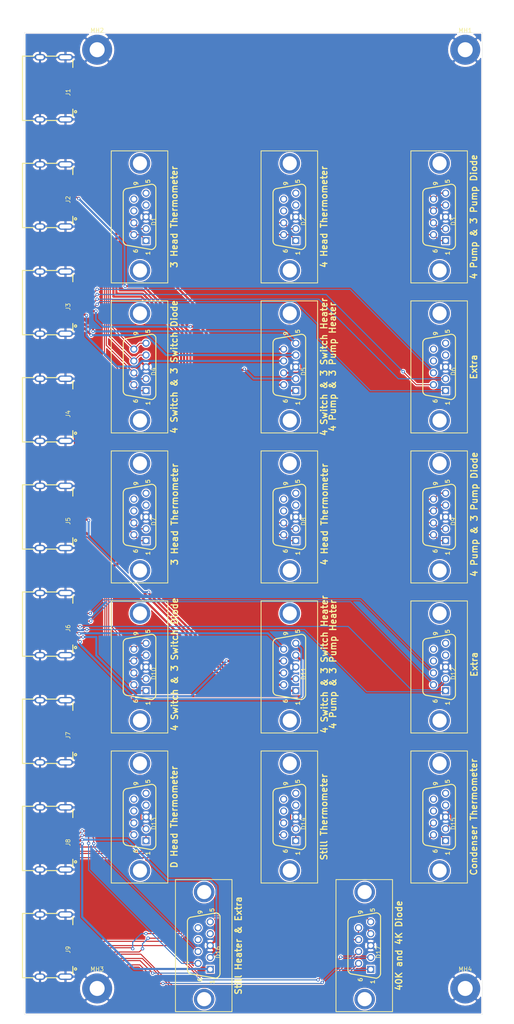
<source format=kicad_pcb>
(kicad_pcb (version 20171130) (host pcbnew "(5.1.9)-1")
  (layers (0 F.Cu signal) (31 B.Cu signal) (34 B.Paste user) (35 F.Paste user) (36 B.SilkS user) (37 F.SilkS user) (38 B.Mask user) (39 F.Mask user) (44 Edge.Cuts user))
  (net 0 "")
  (net 1 GND)
  (net 2 "Net-(D1-Pad1)")
  (net 3 "Net-(D1-Pad2)")
  (net 4 "Net-(D1-Pad4)")
  (net 5 "Net-(D1-Pad5)")
  (net 6 "Net-(D1-Pad8)")
  (net 7 "Net-(D1-Pad9)")
  (net 8 "Net-(D2-Pad1)")
  (net 9 "Net-(D2-Pad2)")
  (net 10 "Net-(D2-Pad4)")
  (net 11 "Net-(D2-Pad5)")
  (net 12 "Net-(D2-Pad8)")
  (net 13 "Net-(D2-Pad9)")
  (net 14 "Net-(D3-Pad1)")
  (net 15 "Net-(D3-Pad2)")
  (net 16 "Net-(D3-Pad4)")
  (net 17 "Net-(D3-Pad5)")
  (net 18 "Net-(D4-Pad1)")
  (net 19 "Net-(D4-Pad2)")
  (net 20 "Net-(D4-Pad4)")
  (net 21 "Net-(D4-Pad5)")
  (net 22 "Net-(D5-Pad1)")
  (net 23 "Net-(D5-Pad2)")
  (net 24 "Net-(D5-Pad4)")
  (net 25 "Net-(D5-Pad5)")
  (net 26 "Net-(D5-Pad6)")
  (net 27 "Net-(D5-Pad7)")
  (net 28 "Net-(D5-Pad8)")
  (net 29 "Net-(D5-Pad9)")
  (net 30 "Net-(D6-Pad1)")
  (net 31 "Net-(D6-Pad2)")
  (net 32 "Net-(D6-Pad4)")
  (net 33 "Net-(D6-Pad5)")
  (net 34 "Net-(D6-Pad6)")
  (net 35 "Net-(D6-Pad7)")
  (net 36 "Net-(D6-Pad8)")
  (net 37 "Net-(D6-Pad9)")
  (net 38 "Net-(D7-Pad1)")
  (net 39 "Net-(D7-Pad2)")
  (net 40 "Net-(D7-Pad4)")
  (net 41 "Net-(D7-Pad5)")
  (net 42 "Net-(D7-Pad8)")
  (net 43 "Net-(D7-Pad9)")
  (net 44 "Net-(D8-Pad1)")
  (net 45 "Net-(D8-Pad2)")
  (net 46 "Net-(D8-Pad4)")
  (net 47 "Net-(D8-Pad5)")
  (net 48 "Net-(D8-Pad8)")
  (net 49 "Net-(D8-Pad9)")
  (net 50 "Net-(D9-Pad1)")
  (net 51 "Net-(D9-Pad2)")
  (net 52 "Net-(D9-Pad4)")
  (net 53 "Net-(D9-Pad5)")
  (net 54 "Net-(D10-Pad1)")
  (net 55 "Net-(D10-Pad2)")
  (net 56 "Net-(D10-Pad4)")
  (net 57 "Net-(D10-Pad5)")
  (net 58 "Net-(D11-Pad1)")
  (net 59 "Net-(D11-Pad2)")
  (net 60 "Net-(D11-Pad4)")
  (net 61 "Net-(D11-Pad5)")
  (net 62 "Net-(D11-Pad6)")
  (net 63 "Net-(D11-Pad7)")
  (net 64 "Net-(D11-Pad8)")
  (net 65 "Net-(D11-Pad9)")
  (net 66 "Net-(D12-Pad1)")
  (net 67 "Net-(D12-Pad2)")
  (net 68 "Net-(D12-Pad4)")
  (net 69 "Net-(D12-Pad5)")
  (net 70 "Net-(D12-Pad6)")
  (net 71 "Net-(D12-Pad7)")
  (net 72 "Net-(D12-Pad8)")
  (net 73 "Net-(D12-Pad9)")
  (net 74 "Net-(D13-Pad1)")
  (net 75 "Net-(D13-Pad2)")
  (net 76 "Net-(D13-Pad4)")
  (net 77 "Net-(D13-Pad5)")
  (net 78 "Net-(D13-Pad6)")
  (net 79 "Net-(D13-Pad7)")
  (net 80 "Net-(D13-Pad8)")
  (net 81 "Net-(D13-Pad9)")
  (net 82 "Net-(D14-Pad1)")
  (net 83 "Net-(D14-Pad2)")
  (net 84 "Net-(D14-Pad4)")
  (net 85 "Net-(D14-Pad5)")
  (net 86 "Net-(D14-Pad6)")
  (net 87 "Net-(D14-Pad7)")
  (net 88 "Net-(D14-Pad8)")
  (net 89 "Net-(D14-Pad9)")
  (net 90 "Net-(D15-Pad1)")
  (net 91 "Net-(D15-Pad2)")
  (net 92 "Net-(D15-Pad4)")
  (net 93 "Net-(D15-Pad5)")
  (net 94 "Net-(D15-Pad6)")
  (net 95 "Net-(D15-Pad7)")
  (net 96 "Net-(D15-Pad8)")
  (net 97 "Net-(D15-Pad9)")
  (net 98 "Net-(J1-Pad19)")
  (net 99 "Net-(J1-Pad18)")
  (net 100 "Net-(J1-Pad16)")
  (net 101 "Net-(J1-Pad15)")
  (net 102 "Net-(J1-Pad14)")
  (net 103 "Net-(J1-Pad13)")
  (net 104 "Net-(J1-Pad11)")
  (net 105 "Net-(J1-Pad8)")
  (net 106 "Net-(J1-Pad5)")
  (net 107 "Net-(J1-Pad2)")
  (net 108 "Net-(J2-Pad19)")
  (net 109 "Net-(J2-Pad18)")
  (net 110 "Net-(J2-Pad16)")
  (net 111 "Net-(J2-Pad15)")
  (net 112 "Net-(J2-Pad14)")
  (net 113 "Net-(J2-Pad13)")
  (net 114 "Net-(J2-Pad11)")
  (net 115 "Net-(J2-Pad8)")
  (net 116 "Net-(J2-Pad5)")
  (net 117 "Net-(J2-Pad2)")
  (net 118 "Net-(J3-Pad19)")
  (net 119 "Net-(J3-Pad18)")
  (net 120 "Net-(J3-Pad16)")
  (net 121 "Net-(J3-Pad15)")
  (net 122 "Net-(J3-Pad14)")
  (net 123 "Net-(J3-Pad13)")
  (net 124 "Net-(J3-Pad11)")
  (net 125 "Net-(J3-Pad8)")
  (net 126 "Net-(J3-Pad5)")
  (net 127 "Net-(J3-Pad2)")
  (net 128 "Net-(J4-Pad19)")
  (net 129 "Net-(J4-Pad18)")
  (net 130 "Net-(J4-Pad16)")
  (net 131 "Net-(J4-Pad15)")
  (net 132 "Net-(J4-Pad14)")
  (net 133 "Net-(J4-Pad13)")
  (net 134 "Net-(J4-Pad11)")
  (net 135 "Net-(J4-Pad8)")
  (net 136 "Net-(J4-Pad5)")
  (net 137 "Net-(J4-Pad2)")
  (net 138 "Net-(J5-Pad19)")
  (net 139 "Net-(J5-Pad18)")
  (net 140 "Net-(J5-Pad16)")
  (net 141 "Net-(J5-Pad15)")
  (net 142 "Net-(J5-Pad14)")
  (net 143 "Net-(J5-Pad13)")
  (net 144 "Net-(J5-Pad11)")
  (net 145 "Net-(J5-Pad8)")
  (net 146 "Net-(J5-Pad5)")
  (net 147 "Net-(J5-Pad2)")
  (net 148 "Net-(J6-Pad19)")
  (net 149 "Net-(J6-Pad18)")
  (net 150 "Net-(J6-Pad16)")
  (net 151 "Net-(J6-Pad15)")
  (net 152 "Net-(J6-Pad14)")
  (net 153 "Net-(J6-Pad13)")
  (net 154 "Net-(J6-Pad11)")
  (net 155 "Net-(J6-Pad8)")
  (net 156 "Net-(J6-Pad5)")
  (net 157 "Net-(J6-Pad2)")
  (net 158 "Net-(J7-Pad19)")
  (net 159 "Net-(J7-Pad18)")
  (net 160 "Net-(J7-Pad16)")
  (net 161 "Net-(J7-Pad15)")
  (net 162 "Net-(J7-Pad14)")
  (net 163 "Net-(J7-Pad13)")
  (net 164 "Net-(J7-Pad11)")
  (net 165 "Net-(J7-Pad8)")
  (net 166 "Net-(J7-Pad5)")
  (net 167 "Net-(J7-Pad2)")
  (net 168 "Net-(J8-Pad19)")
  (net 169 "Net-(J8-Pad18)")
  (net 170 "Net-(J8-Pad16)")
  (net 171 "Net-(J8-Pad15)")
  (net 172 "Net-(J8-Pad14)")
  (net 173 "Net-(J8-Pad13)")
  (net 174 "Net-(J8-Pad11)")
  (net 175 "Net-(J8-Pad8)")
  (net 176 "Net-(J8-Pad5)")
  (net 177 "Net-(J8-Pad2)")
  (net 178 "Net-(J9-Pad19)")
  (net 179 "Net-(J9-Pad18)")
  (net 180 "Net-(J9-Pad16)")
  (net 181 "Net-(J9-Pad15)")
  (net 182 "Net-(J9-Pad14)")
  (net 183 "Net-(J9-Pad13)")
  (net 184 "Net-(J9-Pad11)")
  (net 185 "Net-(J9-Pad8)")
  (net 186 "Net-(J9-Pad5)")
  (net 187 "Net-(J9-Pad2)")
  (net 188 "Net-(D16-Pad1)")
  (net 189 "Net-(D16-Pad2)")
  (net 190 "Net-(D16-Pad4)")
  (net 191 "Net-(D16-Pad5)")
  (net 192 "Net-(D16-Pad6)")
  (net 193 "Net-(D16-Pad7)")
  (net 194 "Net-(D16-Pad8)")
  (net 195 "Net-(D16-Pad9)")
  (net 196 "Net-(D17-Pad5)")
  (net 197 "Net-(D17-Pad9)")
  (net 198 "Net-(D17-Pad4)")
  (net 199 "Net-(D17-Pad8)")
  (net 200 "Net-(D17-Pad7)")
  (net 201 "Net-(D17-Pad2)")
  (net 202 "Net-(D17-Pad6)")
  (net 203 "Net-(D17-Pad1)")
  (net 204 "Net-(J1-Pad17)")
  (net 205 "Net-(J2-Pad17)")
  (net 206 "Net-(J3-Pad17)")
  (net 207 "Net-(J4-Pad17)")
  (net 208 "Net-(J5-Pad17)")
  (net 209 "Net-(J6-Pad17)")
  (net 210 "Net-(J7-Pad17)")
  (net 211 "Net-(J8-Pad17)")
  (net 212 "Net-(J9-Pad17)")
  (module Connector:HDMI-SMD_A111926-B-01-R_Female (layer F.Cu) (at 0 200 270)
    (fp_text reference J9 (at 0 -3.207 90) (layer F.SilkS) (effects (justify right)))
    (fp_text value HDMI_A)
    (pad 1 smd rect (at 4.5 -3.36 270) (size 0.28 2.6) (layers F.Cu F.Paste F.Mask) (net 203 "Net-(D17-Pad1)"))
    (pad 2 smd rect (at 4 -3.36 270) (size 0.28 2.6) (layers F.Cu F.Paste F.Mask) (net 187 "Net-(J9-Pad2)"))
    (pad 3 smd rect (at 3.5 -3.36 270) (size 0.28 2.6) (layers F.Cu F.Paste F.Mask) (net 201 "Net-(D17-Pad2)"))
    (pad 4 smd rect (at 3 -3.36 270) (size 0.28 2.6) (layers F.Cu F.Paste F.Mask) (net 202 "Net-(D17-Pad6)"))
    (pad 5 smd rect (at 2.5 -3.36 270) (size 0.28 2.6) (layers F.Cu F.Paste F.Mask) (net 186 "Net-(J9-Pad5)"))
    (pad 6 smd rect (at 2 -3.36 270) (size 0.28 2.6) (layers F.Cu F.Paste F.Mask) (net 200 "Net-(D17-Pad7)"))
    (pad 7 smd rect (at 1.5 -3.36 270) (size 0.28 2.6) (layers F.Cu F.Paste F.Mask) (net 198 "Net-(D17-Pad4)"))
    (pad 8 smd rect (at 1 -3.36 270) (size 0.28 2.6) (layers F.Cu F.Paste F.Mask) (net 185 "Net-(J9-Pad8)"))
    (pad 9 smd rect (at 0.5 -3.36 270) (size 0.28 2.6) (layers F.Cu F.Paste F.Mask) (net 196 "Net-(D17-Pad5)"))
    (pad 10 smd rect (at 0 -3.36 270) (size 0.28 2.6) (layers F.Cu F.Paste F.Mask) (net 199 "Net-(D17-Pad8)"))
    (pad 11 smd rect (at -0.5 -3.36 270) (size 0.28 2.6) (layers F.Cu F.Paste F.Mask) (net 184 "Net-(J9-Pad11)"))
    (pad 12 smd rect (at -1 -3.36 270) (size 0.28 2.6) (layers F.Cu F.Paste F.Mask) (net 197 "Net-(D17-Pad9)"))
    (pad 13 smd rect (at -1.5 -3.36 270) (size 0.28 2.6) (layers F.Cu F.Paste F.Mask) (net 183 "Net-(J9-Pad13)"))
    (pad 14 smd rect (at -2 -3.36 270) (size 0.28 2.6) (layers F.Cu F.Paste F.Mask) (net 182 "Net-(J9-Pad14)"))
    (pad 15 smd rect (at -2.5 -3.36 270) (size 0.28 2.6) (layers F.Cu F.Paste F.Mask) (net 181 "Net-(J9-Pad15)"))
    (pad 16 smd rect (at -3 -3.36 270) (size 0.28 2.6) (layers F.Cu F.Paste F.Mask) (net 180 "Net-(J9-Pad16)"))
    (pad 17 smd rect (at -3.5 -3.36 270) (size 0.28 2.6) (layers F.Cu F.Paste F.Mask) (net 212 "Net-(J9-Pad17)"))
    (pad 18 smd rect (at -4 -3.36 270) (size 0.28 2.6) (layers F.Cu F.Paste F.Mask) (net 179 "Net-(J9-Pad18)"))
    (pad 19 smd rect (at -4.5 -3.36 270) (size 0.28 2.6) (layers F.Cu F.Paste F.Mask) (net 178 "Net-(J9-Pad19)"))
    (pad 20 thru_hole oval (at -7.25 -2.6 270) (size 1.5 3.5) (drill oval 0.9 2.8) (layers *.Cu *.Mask) (net 1 GND))
    (pad 21 thru_hole oval (at 7.25 -2.6 270) (size 1.5 3.5) (drill oval 0.9 2.8) (layers *.Cu *.Mask) (net 1 GND))
    (pad 22 thru_hole oval (at -7.25 3.36 270) (size 1.5 2.5) (drill oval 0.9 1.8) (layers *.Cu *.Mask) (net 1 GND))
    (pad 23 thru_hole oval (at 7.25 3.36 270) (size 1.5 2.5) (drill oval 0.9 1.8) (layers *.Cu *.Mask) (net 1 GND))
  )
  (module Connector:Vertical_DB9_Female (layer F.Cu) (at 20 30 270)
    (fp_text reference D1 (at 0 -3.207 90) (layer F.SilkS) (effects (justify right)))
    (fp_text value DB9_1)
    (fp_text user 1 (at 7.872 -1.875 90) (layer F.SilkS) (effects (font (size 0.953 0.953) (thickness 0.203)) (justify right)))
    (fp_text user 6 (at 7.364 0.988 90) (layer F.SilkS) (effects (font (size 0.953 0.953) (thickness 0.203)) (justify right)))
    (fp_text user 9 (at -8.384 0.918 90) (layer F.SilkS) (effects (font (size 0.953 0.953) (thickness 0.203)) (justify right)))
    (fp_text user 5 (at -8.892 -1.875 90) (layer F.SilkS) (effects (font (size 0.953 0.953) (thickness 0.203)) (justify right)))
    (pad 5 thru_hole circle (at -5.54 -1.42 270) (size 1.69 1.69) (drill 1.09) (layers *.Cu *.Mask) (net 5 "Net-(D1-Pad5)"))
    (pad 9 thru_hole circle (at -4.155 1.42 270) (size 1.69 1.69) (drill 1.09) (layers *.Cu *.Mask) (net 7 "Net-(D1-Pad9)"))
    (pad 4 thru_hole circle (at -2.77 -1.42 270) (size 1.69 1.69) (drill 1.09) (layers *.Cu *.Mask) (net 4 "Net-(D1-Pad4)"))
    (pad 8 thru_hole circle (at -1.385 1.42 270) (size 1.69 1.69) (drill 1.09) (layers *.Cu *.Mask) (net 6 "Net-(D1-Pad8)"))
    (pad 3 thru_hole circle (at 0 -1.42 270) (size 1.69 1.69) (drill 1.09) (layers *.Cu *.Mask) (net 1 GND))
    (pad 7 thru_hole circle (at 1.385 1.42 270) (size 1.69 1.69) (drill 1.09) (layers *.Cu *.Mask) (net 3 "Net-(D1-Pad2)"))
    (pad 2 thru_hole circle (at 2.77 -1.42 270) (size 1.69 1.69) (drill 1.09) (layers *.Cu *.Mask) (net 3 "Net-(D1-Pad2)"))
    (pad 6 thru_hole circle (at 4.155 1.42 270) (size 1.69 1.69) (drill 1.09) (layers *.Cu *.Mask) (net 2 "Net-(D1-Pad1)"))
    (pad 1 thru_hole rect (at 5.54 -1.42 270) (size 1.69 1.69) (drill 1.09) (layers *.Cu *.Mask) (net 2 "Net-(D1-Pad1)"))
    (pad 10 thru_hole circle (at 12.495 0 270) (size 4.826 4.826) (drill 3.302) (layers *.Cu *.Mask))
    (pad 11 thru_hole circle (at -12.495 0 270) (size 4.826 4.826) (drill 3.302) (layers *.Cu *.Mask))
  )
  (module Connector:Vertical_DB9_Female (layer F.Cu) (at 35 200 270)
    (fp_text reference D16 (at 0 -3.207 90) (layer F.SilkS) (effects (justify right)))
    (fp_text value DB9_1)
    (fp_text user 1 (at 7.872 -1.875 90) (layer F.SilkS) (effects (font (size 0.953 0.953) (thickness 0.203)) (justify right)))
    (fp_text user 6 (at 7.364 0.988 90) (layer F.SilkS) (effects (font (size 0.953 0.953) (thickness 0.203)) (justify right)))
    (fp_text user 9 (at -8.384 0.918 90) (layer F.SilkS) (effects (font (size 0.953 0.953) (thickness 0.203)) (justify right)))
    (fp_text user 5 (at -8.892 -1.875 90) (layer F.SilkS) (effects (font (size 0.953 0.953) (thickness 0.203)) (justify right)))
    (pad 5 thru_hole circle (at -5.54 -1.42 270) (size 1.69 1.69) (drill 1.09) (layers *.Cu *.Mask) (net 191 "Net-(D16-Pad5)"))
    (pad 9 thru_hole circle (at -4.155 1.42 270) (size 1.69 1.69) (drill 1.09) (layers *.Cu *.Mask) (net 195 "Net-(D16-Pad9)"))
    (pad 4 thru_hole circle (at -2.77 -1.42 270) (size 1.69 1.69) (drill 1.09) (layers *.Cu *.Mask) (net 190 "Net-(D16-Pad4)"))
    (pad 8 thru_hole circle (at -1.385 1.42 270) (size 1.69 1.69) (drill 1.09) (layers *.Cu *.Mask) (net 194 "Net-(D16-Pad8)"))
    (pad 3 thru_hole circle (at 0 -1.42 270) (size 1.69 1.69) (drill 1.09) (layers *.Cu *.Mask) (net 1 GND))
    (pad 7 thru_hole circle (at 1.385 1.42 270) (size 1.69 1.69) (drill 1.09) (layers *.Cu *.Mask) (net 193 "Net-(D16-Pad7)"))
    (pad 2 thru_hole circle (at 2.77 -1.42 270) (size 1.69 1.69) (drill 1.09) (layers *.Cu *.Mask) (net 189 "Net-(D16-Pad2)"))
    (pad 6 thru_hole circle (at 4.155 1.42 270) (size 1.69 1.69) (drill 1.09) (layers *.Cu *.Mask) (net 192 "Net-(D16-Pad6)"))
    (pad 1 thru_hole rect (at 5.54 -1.42 270) (size 1.69 1.69) (drill 1.09) (layers *.Cu *.Mask) (net 188 "Net-(D16-Pad1)"))
    (pad 10 thru_hole circle (at 12.495 0 270) (size 4.826 4.826) (drill 3.302) (layers *.Cu *.Mask))
    (pad 11 thru_hole circle (at -12.495 0 270) (size 4.826 4.826) (drill 3.302) (layers *.Cu *.Mask))
  )
  (module Connector:Vertical_DB9_Female (layer F.Cu) (at 55 170 270)
    (fp_text reference D14 (at 0 -3.207 90) (layer F.SilkS) (effects (justify right)))
    (fp_text value DB9_1)
    (fp_text user 1 (at 7.872 -1.875 90) (layer F.SilkS) (effects (font (size 0.953 0.953) (thickness 0.203)) (justify right)))
    (fp_text user 6 (at 7.364 0.988 90) (layer F.SilkS) (effects (font (size 0.953 0.953) (thickness 0.203)) (justify right)))
    (fp_text user 9 (at -8.384 0.918 90) (layer F.SilkS) (effects (font (size 0.953 0.953) (thickness 0.203)) (justify right)))
    (fp_text user 5 (at -8.892 -1.875 90) (layer F.SilkS) (effects (font (size 0.953 0.953) (thickness 0.203)) (justify right)))
    (pad 5 thru_hole circle (at -5.54 -1.42 270) (size 1.69 1.69) (drill 1.09) (layers *.Cu *.Mask) (net 85 "Net-(D14-Pad5)"))
    (pad 9 thru_hole circle (at -4.155 1.42 270) (size 1.69 1.69) (drill 1.09) (layers *.Cu *.Mask) (net 89 "Net-(D14-Pad9)"))
    (pad 4 thru_hole circle (at -2.77 -1.42 270) (size 1.69 1.69) (drill 1.09) (layers *.Cu *.Mask) (net 84 "Net-(D14-Pad4)"))
    (pad 8 thru_hole circle (at -1.385 1.42 270) (size 1.69 1.69) (drill 1.09) (layers *.Cu *.Mask) (net 88 "Net-(D14-Pad8)"))
    (pad 3 thru_hole circle (at 0 -1.42 270) (size 1.69 1.69) (drill 1.09) (layers *.Cu *.Mask) (net 1 GND))
    (pad 7 thru_hole circle (at 1.385 1.42 270) (size 1.69 1.69) (drill 1.09) (layers *.Cu *.Mask) (net 87 "Net-(D14-Pad7)"))
    (pad 2 thru_hole circle (at 2.77 -1.42 270) (size 1.69 1.69) (drill 1.09) (layers *.Cu *.Mask) (net 83 "Net-(D14-Pad2)"))
    (pad 6 thru_hole circle (at 4.155 1.42 270) (size 1.69 1.69) (drill 1.09) (layers *.Cu *.Mask) (net 86 "Net-(D14-Pad6)"))
    (pad 1 thru_hole rect (at 5.54 -1.42 270) (size 1.69 1.69) (drill 1.09) (layers *.Cu *.Mask) (net 82 "Net-(D14-Pad1)"))
    (pad 10 thru_hole circle (at 12.495 0 270) (size 4.826 4.826) (drill 3.302) (layers *.Cu *.Mask))
    (pad 11 thru_hole circle (at -12.495 0 270) (size 4.826 4.826) (drill 3.302) (layers *.Cu *.Mask))
  )
  (module Connector:HDMI-SMD_A111926-B-01-R_Female (layer F.Cu) (at 0 175 270)
    (fp_text reference J8 (at 0 -3.207 90) (layer F.SilkS) (effects (justify right)))
    (fp_text value HDMI_A)
    (pad 1 smd rect (at 4.5 -3.36 270) (size 0.28 2.6) (layers F.Cu F.Paste F.Mask) (net 94 "Net-(D15-Pad6)"))
    (pad 2 smd rect (at 4 -3.36 270) (size 0.28 2.6) (layers F.Cu F.Paste F.Mask) (net 177 "Net-(J8-Pad2)"))
    (pad 3 smd rect (at 3.5 -3.36 270) (size 0.28 2.6) (layers F.Cu F.Paste F.Mask) (net 95 "Net-(D15-Pad7)"))
    (pad 4 smd rect (at 3 -3.36 270) (size 0.28 2.6) (layers F.Cu F.Paste F.Mask) (net 90 "Net-(D15-Pad1)"))
    (pad 5 smd rect (at 2.5 -3.36 270) (size 0.28 2.6) (layers F.Cu F.Paste F.Mask) (net 176 "Net-(J8-Pad5)"))
    (pad 6 smd rect (at 2 -3.36 270) (size 0.28 2.6) (layers F.Cu F.Paste F.Mask) (net 91 "Net-(D15-Pad2)"))
    (pad 7 smd rect (at 1.5 -3.36 270) (size 0.28 2.6) (layers F.Cu F.Paste F.Mask) (net 188 "Net-(D16-Pad1)"))
    (pad 8 smd rect (at 1 -3.36 270) (size 0.28 2.6) (layers F.Cu F.Paste F.Mask) (net 175 "Net-(J8-Pad8)"))
    (pad 9 smd rect (at 0.5 -3.36 270) (size 0.28 2.6) (layers F.Cu F.Paste F.Mask) (net 189 "Net-(D16-Pad2)"))
    (pad 10 smd rect (at 0 -3.36 270) (size 0.28 2.6) (layers F.Cu F.Paste F.Mask) (net 192 "Net-(D16-Pad6)"))
    (pad 11 smd rect (at -0.5 -3.36 270) (size 0.28 2.6) (layers F.Cu F.Paste F.Mask) (net 174 "Net-(J8-Pad11)"))
    (pad 12 smd rect (at -1 -3.36 270) (size 0.28 2.6) (layers F.Cu F.Paste F.Mask) (net 193 "Net-(D16-Pad7)"))
    (pad 13 smd rect (at -1.5 -3.36 270) (size 0.28 2.6) (layers F.Cu F.Paste F.Mask) (net 173 "Net-(J8-Pad13)"))
    (pad 14 smd rect (at -2 -3.36 270) (size 0.28 2.6) (layers F.Cu F.Paste F.Mask) (net 172 "Net-(J8-Pad14)"))
    (pad 15 smd rect (at -2.5 -3.36 270) (size 0.28 2.6) (layers F.Cu F.Paste F.Mask) (net 171 "Net-(J8-Pad15)"))
    (pad 16 smd rect (at -3 -3.36 270) (size 0.28 2.6) (layers F.Cu F.Paste F.Mask) (net 170 "Net-(J8-Pad16)"))
    (pad 17 smd rect (at -3.5 -3.36 270) (size 0.28 2.6) (layers F.Cu F.Paste F.Mask) (net 211 "Net-(J8-Pad17)"))
    (pad 18 smd rect (at -4 -3.36 270) (size 0.28 2.6) (layers F.Cu F.Paste F.Mask) (net 169 "Net-(J8-Pad18)"))
    (pad 19 smd rect (at -4.5 -3.36 270) (size 0.28 2.6) (layers F.Cu F.Paste F.Mask) (net 168 "Net-(J8-Pad19)"))
    (pad 20 thru_hole oval (at -7.25 -2.6 270) (size 1.5 3.5) (drill oval 0.9 2.8) (layers *.Cu *.Mask) (net 1 GND))
    (pad 21 thru_hole oval (at 7.25 -2.6 270) (size 1.5 3.5) (drill oval 0.9 2.8) (layers *.Cu *.Mask) (net 1 GND))
    (pad 22 thru_hole oval (at -7.25 3.36 270) (size 1.5 2.5) (drill oval 0.9 1.8) (layers *.Cu *.Mask) (net 1 GND))
    (pad 23 thru_hole oval (at 7.25 3.36 270) (size 1.5 2.5) (drill oval 0.9 1.8) (layers *.Cu *.Mask) (net 1 GND))
  )
  (module Connector:HDMI-SMD_A111926-B-01-R_Female (layer F.Cu) (at 0 150 270)
    (fp_text reference J7 (at 0 -3.207 90) (layer F.SilkS) (effects (justify right)))
    (fp_text value HDMI_A)
    (pad 1 smd rect (at 4.5 -3.36 270) (size 0.28 2.6) (layers F.Cu F.Paste F.Mask) (net 78 "Net-(D13-Pad6)"))
    (pad 2 smd rect (at 4 -3.36 270) (size 0.28 2.6) (layers F.Cu F.Paste F.Mask) (net 167 "Net-(J7-Pad2)"))
    (pad 3 smd rect (at 3.5 -3.36 270) (size 0.28 2.6) (layers F.Cu F.Paste F.Mask) (net 79 "Net-(D13-Pad7)"))
    (pad 4 smd rect (at 3 -3.36 270) (size 0.28 2.6) (layers F.Cu F.Paste F.Mask) (net 74 "Net-(D13-Pad1)"))
    (pad 5 smd rect (at 2.5 -3.36 270) (size 0.28 2.6) (layers F.Cu F.Paste F.Mask) (net 166 "Net-(J7-Pad5)"))
    (pad 6 smd rect (at 2 -3.36 270) (size 0.28 2.6) (layers F.Cu F.Paste F.Mask) (net 75 "Net-(D13-Pad2)"))
    (pad 7 smd rect (at 1.5 -3.36 270) (size 0.28 2.6) (layers F.Cu F.Paste F.Mask) (net 86 "Net-(D14-Pad6)"))
    (pad 8 smd rect (at 1 -3.36 270) (size 0.28 2.6) (layers F.Cu F.Paste F.Mask) (net 165 "Net-(J7-Pad8)"))
    (pad 9 smd rect (at 0.5 -3.36 270) (size 0.28 2.6) (layers F.Cu F.Paste F.Mask) (net 87 "Net-(D14-Pad7)"))
    (pad 10 smd rect (at 0 -3.36 270) (size 0.28 2.6) (layers F.Cu F.Paste F.Mask) (net 82 "Net-(D14-Pad1)"))
    (pad 11 smd rect (at -0.5 -3.36 270) (size 0.28 2.6) (layers F.Cu F.Paste F.Mask) (net 164 "Net-(J7-Pad11)"))
    (pad 12 smd rect (at -1 -3.36 270) (size 0.28 2.6) (layers F.Cu F.Paste F.Mask) (net 83 "Net-(D14-Pad2)"))
    (pad 13 smd rect (at -1.5 -3.36 270) (size 0.28 2.6) (layers F.Cu F.Paste F.Mask) (net 163 "Net-(J7-Pad13)"))
    (pad 14 smd rect (at -2 -3.36 270) (size 0.28 2.6) (layers F.Cu F.Paste F.Mask) (net 162 "Net-(J7-Pad14)"))
    (pad 15 smd rect (at -2.5 -3.36 270) (size 0.28 2.6) (layers F.Cu F.Paste F.Mask) (net 161 "Net-(J7-Pad15)"))
    (pad 16 smd rect (at -3 -3.36 270) (size 0.28 2.6) (layers F.Cu F.Paste F.Mask) (net 160 "Net-(J7-Pad16)"))
    (pad 17 smd rect (at -3.5 -3.36 270) (size 0.28 2.6) (layers F.Cu F.Paste F.Mask) (net 210 "Net-(J7-Pad17)"))
    (pad 18 smd rect (at -4 -3.36 270) (size 0.28 2.6) (layers F.Cu F.Paste F.Mask) (net 159 "Net-(J7-Pad18)"))
    (pad 19 smd rect (at -4.5 -3.36 270) (size 0.28 2.6) (layers F.Cu F.Paste F.Mask) (net 158 "Net-(J7-Pad19)"))
    (pad 20 thru_hole oval (at -7.25 -2.6 270) (size 1.5 3.5) (drill oval 0.9 2.8) (layers *.Cu *.Mask) (net 1 GND))
    (pad 21 thru_hole oval (at 7.25 -2.6 270) (size 1.5 3.5) (drill oval 0.9 2.8) (layers *.Cu *.Mask) (net 1 GND))
    (pad 22 thru_hole oval (at -7.25 3.36 270) (size 1.5 2.5) (drill oval 0.9 1.8) (layers *.Cu *.Mask) (net 1 GND))
    (pad 23 thru_hole oval (at 7.25 3.36 270) (size 1.5 2.5) (drill oval 0.9 1.8) (layers *.Cu *.Mask) (net 1 GND))
  )
  (module Connector:HDMI-SMD_A111926-B-01-R_Female (layer F.Cu) (at 0 125 270)
    (fp_text reference J6 (at 0 -3.207 90) (layer F.SilkS) (effects (justify right)))
    (fp_text value HDMI_A)
    (pad 1 smd rect (at 4.5 -3.36 270) (size 0.28 2.6) (layers F.Cu F.Paste F.Mask) (net 60 "Net-(D11-Pad4)"))
    (pad 2 smd rect (at 4 -3.36 270) (size 0.28 2.6) (layers F.Cu F.Paste F.Mask) (net 157 "Net-(J6-Pad2)"))
    (pad 3 smd rect (at 3.5 -3.36 270) (size 0.28 2.6) (layers F.Cu F.Paste F.Mask) (net 61 "Net-(D11-Pad5)"))
    (pad 4 smd rect (at 3 -3.36 270) (size 0.28 2.6) (layers F.Cu F.Paste F.Mask) (net 64 "Net-(D11-Pad8)"))
    (pad 5 smd rect (at 2.5 -3.36 270) (size 0.28 2.6) (layers F.Cu F.Paste F.Mask) (net 156 "Net-(J6-Pad5)"))
    (pad 6 smd rect (at 2 -3.36 270) (size 0.28 2.6) (layers F.Cu F.Paste F.Mask) (net 65 "Net-(D11-Pad9)"))
    (pad 7 smd rect (at 1.5 -3.36 270) (size 0.28 2.6) (layers F.Cu F.Paste F.Mask) (net 66 "Net-(D12-Pad1)"))
    (pad 8 smd rect (at 1 -3.36 270) (size 0.28 2.6) (layers F.Cu F.Paste F.Mask) (net 155 "Net-(J6-Pad8)"))
    (pad 9 smd rect (at 0.5 -3.36 270) (size 0.28 2.6) (layers F.Cu F.Paste F.Mask) (net 67 "Net-(D12-Pad2)"))
    (pad 10 smd rect (at 0 -3.36 270) (size 0.28 2.6) (layers F.Cu F.Paste F.Mask) (net 70 "Net-(D12-Pad6)"))
    (pad 11 smd rect (at -0.5 -3.36 270) (size 0.28 2.6) (layers F.Cu F.Paste F.Mask) (net 154 "Net-(J6-Pad11)"))
    (pad 12 smd rect (at -1 -3.36 270) (size 0.28 2.6) (layers F.Cu F.Paste F.Mask) (net 71 "Net-(D12-Pad7)"))
    (pad 13 smd rect (at -1.5 -3.36 270) (size 0.28 2.6) (layers F.Cu F.Paste F.Mask) (net 153 "Net-(J6-Pad13)"))
    (pad 14 smd rect (at -2 -3.36 270) (size 0.28 2.6) (layers F.Cu F.Paste F.Mask) (net 152 "Net-(J6-Pad14)"))
    (pad 15 smd rect (at -2.5 -3.36 270) (size 0.28 2.6) (layers F.Cu F.Paste F.Mask) (net 151 "Net-(J6-Pad15)"))
    (pad 16 smd rect (at -3 -3.36 270) (size 0.28 2.6) (layers F.Cu F.Paste F.Mask) (net 150 "Net-(J6-Pad16)"))
    (pad 17 smd rect (at -3.5 -3.36 270) (size 0.28 2.6) (layers F.Cu F.Paste F.Mask) (net 209 "Net-(J6-Pad17)"))
    (pad 18 smd rect (at -4 -3.36 270) (size 0.28 2.6) (layers F.Cu F.Paste F.Mask) (net 149 "Net-(J6-Pad18)"))
    (pad 19 smd rect (at -4.5 -3.36 270) (size 0.28 2.6) (layers F.Cu F.Paste F.Mask) (net 148 "Net-(J6-Pad19)"))
    (pad 20 thru_hole oval (at -7.25 -2.6 270) (size 1.5 3.5) (drill oval 0.9 2.8) (layers *.Cu *.Mask) (net 1 GND))
    (pad 21 thru_hole oval (at 7.25 -2.6 270) (size 1.5 3.5) (drill oval 0.9 2.8) (layers *.Cu *.Mask) (net 1 GND))
    (pad 22 thru_hole oval (at -7.25 3.36 270) (size 1.5 2.5) (drill oval 0.9 1.8) (layers *.Cu *.Mask) (net 1 GND))
    (pad 23 thru_hole oval (at 7.25 3.36 270) (size 1.5 2.5) (drill oval 0.9 1.8) (layers *.Cu *.Mask) (net 1 GND))
  )
  (module Connector:HDMI-SMD_A111926-B-01-R_Female (layer F.Cu) (at 0 100 270)
    (fp_text reference J5 (at 0 -3.207 90) (layer F.SilkS) (effects (justify right)))
    (fp_text value HDMI_A)
    (pad 1 smd rect (at 4.5 -3.36 270) (size 0.28 2.6) (layers F.Cu F.Paste F.Mask) (net 54 "Net-(D10-Pad1)"))
    (pad 2 smd rect (at 4 -3.36 270) (size 0.28 2.6) (layers F.Cu F.Paste F.Mask) (net 147 "Net-(J5-Pad2)"))
    (pad 3 smd rect (at 3.5 -3.36 270) (size 0.28 2.6) (layers F.Cu F.Paste F.Mask) (net 55 "Net-(D10-Pad2)"))
    (pad 4 smd rect (at 3 -3.36 270) (size 0.28 2.6) (layers F.Cu F.Paste F.Mask) (net 56 "Net-(D10-Pad4)"))
    (pad 5 smd rect (at 2.5 -3.36 270) (size 0.28 2.6) (layers F.Cu F.Paste F.Mask) (net 146 "Net-(J5-Pad5)"))
    (pad 6 smd rect (at 2 -3.36 270) (size 0.28 2.6) (layers F.Cu F.Paste F.Mask) (net 57 "Net-(D10-Pad5)"))
    (pad 7 smd rect (at 1.5 -3.36 270) (size 0.28 2.6) (layers F.Cu F.Paste F.Mask) (net 58 "Net-(D11-Pad1)"))
    (pad 8 smd rect (at 1 -3.36 270) (size 0.28 2.6) (layers F.Cu F.Paste F.Mask) (net 145 "Net-(J5-Pad8)"))
    (pad 9 smd rect (at 0.5 -3.36 270) (size 0.28 2.6) (layers F.Cu F.Paste F.Mask) (net 59 "Net-(D11-Pad2)"))
    (pad 10 smd rect (at 0 -3.36 270) (size 0.28 2.6) (layers F.Cu F.Paste F.Mask) (net 62 "Net-(D11-Pad6)"))
    (pad 11 smd rect (at -0.5 -3.36 270) (size 0.28 2.6) (layers F.Cu F.Paste F.Mask) (net 144 "Net-(J5-Pad11)"))
    (pad 12 smd rect (at -1 -3.36 270) (size 0.28 2.6) (layers F.Cu F.Paste F.Mask) (net 63 "Net-(D11-Pad7)"))
    (pad 13 smd rect (at -1.5 -3.36 270) (size 0.28 2.6) (layers F.Cu F.Paste F.Mask) (net 143 "Net-(J5-Pad13)"))
    (pad 14 smd rect (at -2 -3.36 270) (size 0.28 2.6) (layers F.Cu F.Paste F.Mask) (net 142 "Net-(J5-Pad14)"))
    (pad 15 smd rect (at -2.5 -3.36 270) (size 0.28 2.6) (layers F.Cu F.Paste F.Mask) (net 141 "Net-(J5-Pad15)"))
    (pad 16 smd rect (at -3 -3.36 270) (size 0.28 2.6) (layers F.Cu F.Paste F.Mask) (net 140 "Net-(J5-Pad16)"))
    (pad 17 smd rect (at -3.5 -3.36 270) (size 0.28 2.6) (layers F.Cu F.Paste F.Mask) (net 208 "Net-(J5-Pad17)"))
    (pad 18 smd rect (at -4 -3.36 270) (size 0.28 2.6) (layers F.Cu F.Paste F.Mask) (net 139 "Net-(J5-Pad18)"))
    (pad 19 smd rect (at -4.5 -3.36 270) (size 0.28 2.6) (layers F.Cu F.Paste F.Mask) (net 138 "Net-(J5-Pad19)"))
    (pad 20 thru_hole oval (at -7.25 -2.6 270) (size 1.5 3.5) (drill oval 0.9 2.8) (layers *.Cu *.Mask) (net 1 GND))
    (pad 21 thru_hole oval (at 7.25 -2.6 270) (size 1.5 3.5) (drill oval 0.9 2.8) (layers *.Cu *.Mask) (net 1 GND))
    (pad 22 thru_hole oval (at -7.25 3.36 270) (size 1.5 2.5) (drill oval 0.9 1.8) (layers *.Cu *.Mask) (net 1 GND))
    (pad 23 thru_hole oval (at 7.25 3.36 270) (size 1.5 2.5) (drill oval 0.9 1.8) (layers *.Cu *.Mask) (net 1 GND))
  )
  (module Connector:HDMI-SMD_A111926-B-01-R_Female (layer F.Cu) (at 0 75 270)
    (fp_text reference J4 (at 0 -3.207 90) (layer F.SilkS) (effects (justify right)))
    (fp_text value HDMI_A)
    (pad 1 smd rect (at 4.5 -3.36 270) (size 0.28 2.6) (layers F.Cu F.Paste F.Mask) (net 38 "Net-(D7-Pad1)"))
    (pad 2 smd rect (at 4 -3.36 270) (size 0.28 2.6) (layers F.Cu F.Paste F.Mask) (net 137 "Net-(J4-Pad2)"))
    (pad 3 smd rect (at 3.5 -3.36 270) (size 0.28 2.6) (layers F.Cu F.Paste F.Mask) (net 39 "Net-(D7-Pad2)"))
    (pad 4 smd rect (at 3 -3.36 270) (size 0.28 2.6) (layers F.Cu F.Paste F.Mask) (net 44 "Net-(D8-Pad1)"))
    (pad 5 smd rect (at 2.5 -3.36 270) (size 0.28 2.6) (layers F.Cu F.Paste F.Mask) (net 136 "Net-(J4-Pad5)"))
    (pad 6 smd rect (at 2 -3.36 270) (size 0.28 2.6) (layers F.Cu F.Paste F.Mask) (net 45 "Net-(D8-Pad2)"))
    (pad 7 smd rect (at 1.5 -3.36 270) (size 0.28 2.6) (layers F.Cu F.Paste F.Mask) (net 50 "Net-(D9-Pad1)"))
    (pad 8 smd rect (at 1 -3.36 270) (size 0.28 2.6) (layers F.Cu F.Paste F.Mask) (net 135 "Net-(J4-Pad8)"))
    (pad 9 smd rect (at 0.5 -3.36 270) (size 0.28 2.6) (layers F.Cu F.Paste F.Mask) (net 51 "Net-(D9-Pad2)"))
    (pad 10 smd rect (at 0 -3.36 270) (size 0.28 2.6) (layers F.Cu F.Paste F.Mask) (net 52 "Net-(D9-Pad4)"))
    (pad 11 smd rect (at -0.5 -3.36 270) (size 0.28 2.6) (layers F.Cu F.Paste F.Mask) (net 134 "Net-(J4-Pad11)"))
    (pad 12 smd rect (at -1 -3.36 270) (size 0.28 2.6) (layers F.Cu F.Paste F.Mask) (net 53 "Net-(D9-Pad5)"))
    (pad 13 smd rect (at -1.5 -3.36 270) (size 0.28 2.6) (layers F.Cu F.Paste F.Mask) (net 133 "Net-(J4-Pad13)"))
    (pad 14 smd rect (at -2 -3.36 270) (size 0.28 2.6) (layers F.Cu F.Paste F.Mask) (net 132 "Net-(J4-Pad14)"))
    (pad 15 smd rect (at -2.5 -3.36 270) (size 0.28 2.6) (layers F.Cu F.Paste F.Mask) (net 131 "Net-(J4-Pad15)"))
    (pad 16 smd rect (at -3 -3.36 270) (size 0.28 2.6) (layers F.Cu F.Paste F.Mask) (net 130 "Net-(J4-Pad16)"))
    (pad 17 smd rect (at -3.5 -3.36 270) (size 0.28 2.6) (layers F.Cu F.Paste F.Mask) (net 207 "Net-(J4-Pad17)"))
    (pad 18 smd rect (at -4 -3.36 270) (size 0.28 2.6) (layers F.Cu F.Paste F.Mask) (net 129 "Net-(J4-Pad18)"))
    (pad 19 smd rect (at -4.5 -3.36 270) (size 0.28 2.6) (layers F.Cu F.Paste F.Mask) (net 128 "Net-(J4-Pad19)"))
    (pad 20 thru_hole oval (at -7.25 -2.6 270) (size 1.5 3.5) (drill oval 0.9 2.8) (layers *.Cu *.Mask) (net 1 GND))
    (pad 21 thru_hole oval (at 7.25 -2.6 270) (size 1.5 3.5) (drill oval 0.9 2.8) (layers *.Cu *.Mask) (net 1 GND))
    (pad 22 thru_hole oval (at -7.25 3.36 270) (size 1.5 2.5) (drill oval 0.9 1.8) (layers *.Cu *.Mask) (net 1 GND))
    (pad 23 thru_hole oval (at 7.25 3.36 270) (size 1.5 2.5) (drill oval 0.9 1.8) (layers *.Cu *.Mask) (net 1 GND))
  )
  (module Connector:HDMI-SMD_A111926-B-01-R_Female (layer F.Cu) (at 0 50 270)
    (fp_text reference J3 (at 0 -3.207 90) (layer F.SilkS) (effects (justify right)))
    (fp_text value HDMI_A)
    (pad 1 smd rect (at 4.5 -3.36 270) (size 0.28 2.6) (layers F.Cu F.Paste F.Mask) (net 24 "Net-(D5-Pad4)"))
    (pad 2 smd rect (at 4 -3.36 270) (size 0.28 2.6) (layers F.Cu F.Paste F.Mask) (net 127 "Net-(J3-Pad2)"))
    (pad 3 smd rect (at 3.5 -3.36 270) (size 0.28 2.6) (layers F.Cu F.Paste F.Mask) (net 25 "Net-(D5-Pad5)"))
    (pad 4 smd rect (at 3 -3.36 270) (size 0.28 2.6) (layers F.Cu F.Paste F.Mask) (net 28 "Net-(D5-Pad8)"))
    (pad 5 smd rect (at 2.5 -3.36 270) (size 0.28 2.6) (layers F.Cu F.Paste F.Mask) (net 126 "Net-(J3-Pad5)"))
    (pad 6 smd rect (at 2 -3.36 270) (size 0.28 2.6) (layers F.Cu F.Paste F.Mask) (net 29 "Net-(D5-Pad9)"))
    (pad 7 smd rect (at 1.5 -3.36 270) (size 0.28 2.6) (layers F.Cu F.Paste F.Mask) (net 30 "Net-(D6-Pad1)"))
    (pad 8 smd rect (at 1 -3.36 270) (size 0.28 2.6) (layers F.Cu F.Paste F.Mask) (net 125 "Net-(J3-Pad8)"))
    (pad 9 smd rect (at 0.5 -3.36 270) (size 0.28 2.6) (layers F.Cu F.Paste F.Mask) (net 31 "Net-(D6-Pad2)"))
    (pad 10 smd rect (at 0 -3.36 270) (size 0.28 2.6) (layers F.Cu F.Paste F.Mask) (net 34 "Net-(D6-Pad6)"))
    (pad 11 smd rect (at -0.5 -3.36 270) (size 0.28 2.6) (layers F.Cu F.Paste F.Mask) (net 124 "Net-(J3-Pad11)"))
    (pad 12 smd rect (at -1 -3.36 270) (size 0.28 2.6) (layers F.Cu F.Paste F.Mask) (net 35 "Net-(D6-Pad7)"))
    (pad 13 smd rect (at -1.5 -3.36 270) (size 0.28 2.6) (layers F.Cu F.Paste F.Mask) (net 123 "Net-(J3-Pad13)"))
    (pad 14 smd rect (at -2 -3.36 270) (size 0.28 2.6) (layers F.Cu F.Paste F.Mask) (net 122 "Net-(J3-Pad14)"))
    (pad 15 smd rect (at -2.5 -3.36 270) (size 0.28 2.6) (layers F.Cu F.Paste F.Mask) (net 121 "Net-(J3-Pad15)"))
    (pad 16 smd rect (at -3 -3.36 270) (size 0.28 2.6) (layers F.Cu F.Paste F.Mask) (net 120 "Net-(J3-Pad16)"))
    (pad 17 smd rect (at -3.5 -3.36 270) (size 0.28 2.6) (layers F.Cu F.Paste F.Mask) (net 206 "Net-(J3-Pad17)"))
    (pad 18 smd rect (at -4 -3.36 270) (size 0.28 2.6) (layers F.Cu F.Paste F.Mask) (net 119 "Net-(J3-Pad18)"))
    (pad 19 smd rect (at -4.5 -3.36 270) (size 0.28 2.6) (layers F.Cu F.Paste F.Mask) (net 118 "Net-(J3-Pad19)"))
    (pad 20 thru_hole oval (at -7.25 -2.6 270) (size 1.5 3.5) (drill oval 0.9 2.8) (layers *.Cu *.Mask) (net 1 GND))
    (pad 21 thru_hole oval (at 7.25 -2.6 270) (size 1.5 3.5) (drill oval 0.9 2.8) (layers *.Cu *.Mask) (net 1 GND))
    (pad 22 thru_hole oval (at -7.25 3.36 270) (size 1.5 2.5) (drill oval 0.9 1.8) (layers *.Cu *.Mask) (net 1 GND))
    (pad 23 thru_hole oval (at 7.25 3.36 270) (size 1.5 2.5) (drill oval 0.9 1.8) (layers *.Cu *.Mask) (net 1 GND))
  )
  (module Connector:HDMI-SMD_A111926-B-01-R_Female (layer F.Cu) (at 0 25 270)
    (fp_text reference J2 (at 0 -3.207 90) (layer F.SilkS) (effects (justify right)))
    (fp_text value HDMI_A)
    (pad 1 smd rect (at 4.5 -3.36 270) (size 0.28 2.6) (layers F.Cu F.Paste F.Mask) (net 18 "Net-(D4-Pad1)"))
    (pad 2 smd rect (at 4 -3.36 270) (size 0.28 2.6) (layers F.Cu F.Paste F.Mask) (net 117 "Net-(J2-Pad2)"))
    (pad 3 smd rect (at 3.5 -3.36 270) (size 0.28 2.6) (layers F.Cu F.Paste F.Mask) (net 19 "Net-(D4-Pad2)"))
    (pad 4 smd rect (at 3 -3.36 270) (size 0.28 2.6) (layers F.Cu F.Paste F.Mask) (net 20 "Net-(D4-Pad4)"))
    (pad 5 smd rect (at 2.5 -3.36 270) (size 0.28 2.6) (layers F.Cu F.Paste F.Mask) (net 116 "Net-(J2-Pad5)"))
    (pad 6 smd rect (at 2 -3.36 270) (size 0.28 2.6) (layers F.Cu F.Paste F.Mask) (net 21 "Net-(D4-Pad5)"))
    (pad 7 smd rect (at 1.5 -3.36 270) (size 0.28 2.6) (layers F.Cu F.Paste F.Mask) (net 22 "Net-(D5-Pad1)"))
    (pad 8 smd rect (at 1 -3.36 270) (size 0.28 2.6) (layers F.Cu F.Paste F.Mask) (net 115 "Net-(J2-Pad8)"))
    (pad 9 smd rect (at 0.5 -3.36 270) (size 0.28 2.6) (layers F.Cu F.Paste F.Mask) (net 23 "Net-(D5-Pad2)"))
    (pad 10 smd rect (at 0 -3.36 270) (size 0.28 2.6) (layers F.Cu F.Paste F.Mask) (net 26 "Net-(D5-Pad6)"))
    (pad 11 smd rect (at -0.5 -3.36 270) (size 0.28 2.6) (layers F.Cu F.Paste F.Mask) (net 114 "Net-(J2-Pad11)"))
    (pad 12 smd rect (at -1 -3.36 270) (size 0.28 2.6) (layers F.Cu F.Paste F.Mask) (net 27 "Net-(D5-Pad7)"))
    (pad 13 smd rect (at -1.5 -3.36 270) (size 0.28 2.6) (layers F.Cu F.Paste F.Mask) (net 113 "Net-(J2-Pad13)"))
    (pad 14 smd rect (at -2 -3.36 270) (size 0.28 2.6) (layers F.Cu F.Paste F.Mask) (net 112 "Net-(J2-Pad14)"))
    (pad 15 smd rect (at -2.5 -3.36 270) (size 0.28 2.6) (layers F.Cu F.Paste F.Mask) (net 111 "Net-(J2-Pad15)"))
    (pad 16 smd rect (at -3 -3.36 270) (size 0.28 2.6) (layers F.Cu F.Paste F.Mask) (net 110 "Net-(J2-Pad16)"))
    (pad 17 smd rect (at -3.5 -3.36 270) (size 0.28 2.6) (layers F.Cu F.Paste F.Mask) (net 205 "Net-(J2-Pad17)"))
    (pad 18 smd rect (at -4 -3.36 270) (size 0.28 2.6) (layers F.Cu F.Paste F.Mask) (net 109 "Net-(J2-Pad18)"))
    (pad 19 smd rect (at -4.5 -3.36 270) (size 0.28 2.6) (layers F.Cu F.Paste F.Mask) (net 108 "Net-(J2-Pad19)"))
    (pad 20 thru_hole oval (at -7.25 -2.6 270) (size 1.5 3.5) (drill oval 0.9 2.8) (layers *.Cu *.Mask) (net 1 GND))
    (pad 21 thru_hole oval (at 7.25 -2.6 270) (size 1.5 3.5) (drill oval 0.9 2.8) (layers *.Cu *.Mask) (net 1 GND))
    (pad 22 thru_hole oval (at -7.25 3.36 270) (size 1.5 2.5) (drill oval 0.9 1.8) (layers *.Cu *.Mask) (net 1 GND))
    (pad 23 thru_hole oval (at 7.25 3.36 270) (size 1.5 2.5) (drill oval 0.9 1.8) (layers *.Cu *.Mask) (net 1 GND))
  )
  (module Connector:HDMI-SMD_A111926-B-01-R_Female (layer F.Cu) (at 0 0 270)
    (fp_text reference J1 (at 0 -3.207 90) (layer F.SilkS) (effects (justify right)))
    (fp_text value HDMI_A)
    (pad 1 smd rect (at 4.5 -3.36 270) (size 0.28 2.6) (layers F.Cu F.Paste F.Mask) (net 2 "Net-(D1-Pad1)"))
    (pad 2 smd rect (at 4 -3.36 270) (size 0.28 2.6) (layers F.Cu F.Paste F.Mask) (net 107 "Net-(J1-Pad2)"))
    (pad 3 smd rect (at 3.5 -3.36 270) (size 0.28 2.6) (layers F.Cu F.Paste F.Mask) (net 3 "Net-(D1-Pad2)"))
    (pad 4 smd rect (at 3 -3.36 270) (size 0.28 2.6) (layers F.Cu F.Paste F.Mask) (net 8 "Net-(D2-Pad1)"))
    (pad 5 smd rect (at 2.5 -3.36 270) (size 0.28 2.6) (layers F.Cu F.Paste F.Mask) (net 106 "Net-(J1-Pad5)"))
    (pad 6 smd rect (at 2 -3.36 270) (size 0.28 2.6) (layers F.Cu F.Paste F.Mask) (net 9 "Net-(D2-Pad2)"))
    (pad 7 smd rect (at 1.5 -3.36 270) (size 0.28 2.6) (layers F.Cu F.Paste F.Mask) (net 14 "Net-(D3-Pad1)"))
    (pad 8 smd rect (at 1 -3.36 270) (size 0.28 2.6) (layers F.Cu F.Paste F.Mask) (net 105 "Net-(J1-Pad8)"))
    (pad 9 smd rect (at 0.5 -3.36 270) (size 0.28 2.6) (layers F.Cu F.Paste F.Mask) (net 15 "Net-(D3-Pad2)"))
    (pad 10 smd rect (at 0 -3.36 270) (size 0.28 2.6) (layers F.Cu F.Paste F.Mask) (net 16 "Net-(D3-Pad4)"))
    (pad 11 smd rect (at -0.5 -3.36 270) (size 0.28 2.6) (layers F.Cu F.Paste F.Mask) (net 104 "Net-(J1-Pad11)"))
    (pad 12 smd rect (at -1 -3.36 270) (size 0.28 2.6) (layers F.Cu F.Paste F.Mask) (net 17 "Net-(D3-Pad5)"))
    (pad 13 smd rect (at -1.5 -3.36 270) (size 0.28 2.6) (layers F.Cu F.Paste F.Mask) (net 103 "Net-(J1-Pad13)"))
    (pad 14 smd rect (at -2 -3.36 270) (size 0.28 2.6) (layers F.Cu F.Paste F.Mask) (net 102 "Net-(J1-Pad14)"))
    (pad 15 smd rect (at -2.5 -3.36 270) (size 0.28 2.6) (layers F.Cu F.Paste F.Mask) (net 101 "Net-(J1-Pad15)"))
    (pad 16 smd rect (at -3 -3.36 270) (size 0.28 2.6) (layers F.Cu F.Paste F.Mask) (net 100 "Net-(J1-Pad16)"))
    (pad 17 smd rect (at -3.5 -3.36 270) (size 0.28 2.6) (layers F.Cu F.Paste F.Mask) (net 204 "Net-(J1-Pad17)"))
    (pad 18 smd rect (at -4 -3.36 270) (size 0.28 2.6) (layers F.Cu F.Paste F.Mask) (net 99 "Net-(J1-Pad18)"))
    (pad 19 smd rect (at -4.5 -3.36 270) (size 0.28 2.6) (layers F.Cu F.Paste F.Mask) (net 98 "Net-(J1-Pad19)"))
    (pad 20 thru_hole oval (at -7.25 -2.6 270) (size 1.5 3.5) (drill oval 0.9 2.8) (layers *.Cu *.Mask) (net 1 GND))
    (pad 21 thru_hole oval (at 7.25 -2.6 270) (size 1.5 3.5) (drill oval 0.9 2.8) (layers *.Cu *.Mask) (net 1 GND))
    (pad 22 thru_hole oval (at -7.25 3.36 270) (size 1.5 2.5) (drill oval 0.9 1.8) (layers *.Cu *.Mask) (net 1 GND))
    (pad 23 thru_hole oval (at 7.25 3.36 270) (size 1.5 2.5) (drill oval 0.9 1.8) (layers *.Cu *.Mask) (net 1 GND))
  )
  (module Connector:Vertical_DB9_Female (layer F.Cu) (at 72.5 200 270)
    (fp_text reference D17 (at 0 -3.207 90) (layer F.SilkS) (effects (justify right)))
    (fp_text value DB9_1)
    (fp_text user 1 (at 7.872 -1.875 90) (layer F.SilkS) (effects (font (size 0.953 0.953) (thickness 0.203)) (justify right)))
    (fp_text user 6 (at 7.364 0.988 90) (layer F.SilkS) (effects (font (size 0.953 0.953) (thickness 0.203)) (justify right)))
    (fp_text user 9 (at -8.384 0.918 90) (layer F.SilkS) (effects (font (size 0.953 0.953) (thickness 0.203)) (justify right)))
    (fp_text user 5 (at -8.892 -1.875 90) (layer F.SilkS) (effects (font (size 0.953 0.953) (thickness 0.203)) (justify right)))
    (pad 5 thru_hole circle (at -5.54 -1.42 270) (size 1.69 1.69) (drill 1.09) (layers *.Cu *.Mask) (net 196 "Net-(D17-Pad5)"))
    (pad 9 thru_hole circle (at -4.155 1.42 270) (size 1.69 1.69) (drill 1.09) (layers *.Cu *.Mask) (net 197 "Net-(D17-Pad9)"))
    (pad 4 thru_hole circle (at -2.77 -1.42 270) (size 1.69 1.69) (drill 1.09) (layers *.Cu *.Mask) (net 198 "Net-(D17-Pad4)"))
    (pad 8 thru_hole circle (at -1.385 1.42 270) (size 1.69 1.69) (drill 1.09) (layers *.Cu *.Mask) (net 199 "Net-(D17-Pad8)"))
    (pad 3 thru_hole circle (at 0 -1.42 270) (size 1.69 1.69) (drill 1.09) (layers *.Cu *.Mask) (net 1 GND))
    (pad 7 thru_hole circle (at 1.385 1.42 270) (size 1.69 1.69) (drill 1.09) (layers *.Cu *.Mask) (net 200 "Net-(D17-Pad7)"))
    (pad 2 thru_hole circle (at 2.77 -1.42 270) (size 1.69 1.69) (drill 1.09) (layers *.Cu *.Mask) (net 201 "Net-(D17-Pad2)"))
    (pad 6 thru_hole circle (at 4.155 1.42 270) (size 1.69 1.69) (drill 1.09) (layers *.Cu *.Mask) (net 202 "Net-(D17-Pad6)"))
    (pad 1 thru_hole rect (at 5.54 -1.42 270) (size 1.69 1.69) (drill 1.09) (layers *.Cu *.Mask) (net 203 "Net-(D17-Pad1)"))
    (pad 10 thru_hole circle (at 12.495 0 270) (size 4.826 4.826) (drill 3.302) (layers *.Cu *.Mask))
    (pad 11 thru_hole circle (at -12.495 0 270) (size 4.826 4.826) (drill 3.302) (layers *.Cu *.Mask))
  )
  (module Connector:Vertical_DB9_Female (layer F.Cu) (at 90 170 270)
    (fp_text reference D15 (at 0 -3.207 90) (layer F.SilkS) (effects (justify right)))
    (fp_text value DB9_1)
    (fp_text user 1 (at 7.872 -1.875 90) (layer F.SilkS) (effects (font (size 0.953 0.953) (thickness 0.203)) (justify right)))
    (fp_text user 6 (at 7.364 0.988 90) (layer F.SilkS) (effects (font (size 0.953 0.953) (thickness 0.203)) (justify right)))
    (fp_text user 9 (at -8.384 0.918 90) (layer F.SilkS) (effects (font (size 0.953 0.953) (thickness 0.203)) (justify right)))
    (fp_text user 5 (at -8.892 -1.875 90) (layer F.SilkS) (effects (font (size 0.953 0.953) (thickness 0.203)) (justify right)))
    (pad 5 thru_hole circle (at -5.54 -1.42 270) (size 1.69 1.69) (drill 1.09) (layers *.Cu *.Mask) (net 93 "Net-(D15-Pad5)"))
    (pad 9 thru_hole circle (at -4.155 1.42 270) (size 1.69 1.69) (drill 1.09) (layers *.Cu *.Mask) (net 97 "Net-(D15-Pad9)"))
    (pad 4 thru_hole circle (at -2.77 -1.42 270) (size 1.69 1.69) (drill 1.09) (layers *.Cu *.Mask) (net 92 "Net-(D15-Pad4)"))
    (pad 8 thru_hole circle (at -1.385 1.42 270) (size 1.69 1.69) (drill 1.09) (layers *.Cu *.Mask) (net 96 "Net-(D15-Pad8)"))
    (pad 3 thru_hole circle (at 0 -1.42 270) (size 1.69 1.69) (drill 1.09) (layers *.Cu *.Mask) (net 1 GND))
    (pad 7 thru_hole circle (at 1.385 1.42 270) (size 1.69 1.69) (drill 1.09) (layers *.Cu *.Mask) (net 95 "Net-(D15-Pad7)"))
    (pad 2 thru_hole circle (at 2.77 -1.42 270) (size 1.69 1.69) (drill 1.09) (layers *.Cu *.Mask) (net 91 "Net-(D15-Pad2)"))
    (pad 6 thru_hole circle (at 4.155 1.42 270) (size 1.69 1.69) (drill 1.09) (layers *.Cu *.Mask) (net 94 "Net-(D15-Pad6)"))
    (pad 1 thru_hole rect (at 5.54 -1.42 270) (size 1.69 1.69) (drill 1.09) (layers *.Cu *.Mask) (net 90 "Net-(D15-Pad1)"))
    (pad 10 thru_hole circle (at 12.495 0 270) (size 4.826 4.826) (drill 3.302) (layers *.Cu *.Mask))
    (pad 11 thru_hole circle (at -12.495 0 270) (size 4.826 4.826) (drill 3.302) (layers *.Cu *.Mask))
  )
  (module Connector:Vertical_DB9_Female (layer F.Cu) (at 20 170 270)
    (fp_text reference D13 (at 0 -3.207 90) (layer F.SilkS) (effects (justify right)))
    (fp_text value DB9_1)
    (fp_text user 1 (at 7.872 -1.875 90) (layer F.SilkS) (effects (font (size 0.953 0.953) (thickness 0.203)) (justify right)))
    (fp_text user 6 (at 7.364 0.988 90) (layer F.SilkS) (effects (font (size 0.953 0.953) (thickness 0.203)) (justify right)))
    (fp_text user 9 (at -8.384 0.918 90) (layer F.SilkS) (effects (font (size 0.953 0.953) (thickness 0.203)) (justify right)))
    (fp_text user 5 (at -8.892 -1.875 90) (layer F.SilkS) (effects (font (size 0.953 0.953) (thickness 0.203)) (justify right)))
    (pad 5 thru_hole circle (at -5.54 -1.42 270) (size 1.69 1.69) (drill 1.09) (layers *.Cu *.Mask) (net 77 "Net-(D13-Pad5)"))
    (pad 9 thru_hole circle (at -4.155 1.42 270) (size 1.69 1.69) (drill 1.09) (layers *.Cu *.Mask) (net 81 "Net-(D13-Pad9)"))
    (pad 4 thru_hole circle (at -2.77 -1.42 270) (size 1.69 1.69) (drill 1.09) (layers *.Cu *.Mask) (net 76 "Net-(D13-Pad4)"))
    (pad 8 thru_hole circle (at -1.385 1.42 270) (size 1.69 1.69) (drill 1.09) (layers *.Cu *.Mask) (net 80 "Net-(D13-Pad8)"))
    (pad 3 thru_hole circle (at 0 -1.42 270) (size 1.69 1.69) (drill 1.09) (layers *.Cu *.Mask) (net 1 GND))
    (pad 7 thru_hole circle (at 1.385 1.42 270) (size 1.69 1.69) (drill 1.09) (layers *.Cu *.Mask) (net 79 "Net-(D13-Pad7)"))
    (pad 2 thru_hole circle (at 2.77 -1.42 270) (size 1.69 1.69) (drill 1.09) (layers *.Cu *.Mask) (net 75 "Net-(D13-Pad2)"))
    (pad 6 thru_hole circle (at 4.155 1.42 270) (size 1.69 1.69) (drill 1.09) (layers *.Cu *.Mask) (net 78 "Net-(D13-Pad6)"))
    (pad 1 thru_hole rect (at 5.54 -1.42 270) (size 1.69 1.69) (drill 1.09) (layers *.Cu *.Mask) (net 74 "Net-(D13-Pad1)"))
    (pad 10 thru_hole circle (at 12.495 0 270) (size 4.826 4.826) (drill 3.302) (layers *.Cu *.Mask))
    (pad 11 thru_hole circle (at -12.495 0 270) (size 4.826 4.826) (drill 3.302) (layers *.Cu *.Mask))
  )
  (module Connector:Vertical_DB9_Female (layer F.Cu) (at 90 135 270)
    (fp_text reference D12 (at 0 -3.207 90) (layer F.SilkS) (effects (justify right)))
    (fp_text value DB9_1)
    (fp_text user 1 (at 7.872 -1.875 90) (layer F.SilkS) (effects (font (size 0.953 0.953) (thickness 0.203)) (justify right)))
    (fp_text user 6 (at 7.364 0.988 90) (layer F.SilkS) (effects (font (size 0.953 0.953) (thickness 0.203)) (justify right)))
    (fp_text user 9 (at -8.384 0.918 90) (layer F.SilkS) (effects (font (size 0.953 0.953) (thickness 0.203)) (justify right)))
    (fp_text user 5 (at -8.892 -1.875 90) (layer F.SilkS) (effects (font (size 0.953 0.953) (thickness 0.203)) (justify right)))
    (pad 5 thru_hole circle (at -5.54 -1.42 270) (size 1.69 1.69) (drill 1.09) (layers *.Cu *.Mask) (net 69 "Net-(D12-Pad5)"))
    (pad 9 thru_hole circle (at -4.155 1.42 270) (size 1.69 1.69) (drill 1.09) (layers *.Cu *.Mask) (net 73 "Net-(D12-Pad9)"))
    (pad 4 thru_hole circle (at -2.77 -1.42 270) (size 1.69 1.69) (drill 1.09) (layers *.Cu *.Mask) (net 68 "Net-(D12-Pad4)"))
    (pad 8 thru_hole circle (at -1.385 1.42 270) (size 1.69 1.69) (drill 1.09) (layers *.Cu *.Mask) (net 72 "Net-(D12-Pad8)"))
    (pad 3 thru_hole circle (at 0 -1.42 270) (size 1.69 1.69) (drill 1.09) (layers *.Cu *.Mask) (net 1 GND))
    (pad 7 thru_hole circle (at 1.385 1.42 270) (size 1.69 1.69) (drill 1.09) (layers *.Cu *.Mask) (net 71 "Net-(D12-Pad7)"))
    (pad 2 thru_hole circle (at 2.77 -1.42 270) (size 1.69 1.69) (drill 1.09) (layers *.Cu *.Mask) (net 67 "Net-(D12-Pad2)"))
    (pad 6 thru_hole circle (at 4.155 1.42 270) (size 1.69 1.69) (drill 1.09) (layers *.Cu *.Mask) (net 70 "Net-(D12-Pad6)"))
    (pad 1 thru_hole rect (at 5.54 -1.42 270) (size 1.69 1.69) (drill 1.09) (layers *.Cu *.Mask) (net 66 "Net-(D12-Pad1)"))
    (pad 10 thru_hole circle (at 12.495 0 270) (size 4.826 4.826) (drill 3.302) (layers *.Cu *.Mask))
    (pad 11 thru_hole circle (at -12.495 0 270) (size 4.826 4.826) (drill 3.302) (layers *.Cu *.Mask))
  )
  (module Connector:Vertical_DB9_Female (layer F.Cu) (at 55 135 270)
    (fp_text reference D11 (at 0 -3.207 90) (layer F.SilkS) (effects (justify right)))
    (fp_text value DB9_1)
    (fp_text user 1 (at 7.872 -1.875 90) (layer F.SilkS) (effects (font (size 0.953 0.953) (thickness 0.203)) (justify right)))
    (fp_text user 6 (at 7.364 0.988 90) (layer F.SilkS) (effects (font (size 0.953 0.953) (thickness 0.203)) (justify right)))
    (fp_text user 9 (at -8.384 0.918 90) (layer F.SilkS) (effects (font (size 0.953 0.953) (thickness 0.203)) (justify right)))
    (fp_text user 5 (at -8.892 -1.875 90) (layer F.SilkS) (effects (font (size 0.953 0.953) (thickness 0.203)) (justify right)))
    (pad 5 thru_hole circle (at -5.54 -1.42 270) (size 1.69 1.69) (drill 1.09) (layers *.Cu *.Mask) (net 61 "Net-(D11-Pad5)"))
    (pad 9 thru_hole circle (at -4.155 1.42 270) (size 1.69 1.69) (drill 1.09) (layers *.Cu *.Mask) (net 65 "Net-(D11-Pad9)"))
    (pad 4 thru_hole circle (at -2.77 -1.42 270) (size 1.69 1.69) (drill 1.09) (layers *.Cu *.Mask) (net 60 "Net-(D11-Pad4)"))
    (pad 8 thru_hole circle (at -1.385 1.42 270) (size 1.69 1.69) (drill 1.09) (layers *.Cu *.Mask) (net 64 "Net-(D11-Pad8)"))
    (pad 3 thru_hole circle (at 0 -1.42 270) (size 1.69 1.69) (drill 1.09) (layers *.Cu *.Mask) (net 1 GND))
    (pad 7 thru_hole circle (at 1.385 1.42 270) (size 1.69 1.69) (drill 1.09) (layers *.Cu *.Mask) (net 63 "Net-(D11-Pad7)"))
    (pad 2 thru_hole circle (at 2.77 -1.42 270) (size 1.69 1.69) (drill 1.09) (layers *.Cu *.Mask) (net 59 "Net-(D11-Pad2)"))
    (pad 6 thru_hole circle (at 4.155 1.42 270) (size 1.69 1.69) (drill 1.09) (layers *.Cu *.Mask) (net 62 "Net-(D11-Pad6)"))
    (pad 1 thru_hole rect (at 5.54 -1.42 270) (size 1.69 1.69) (drill 1.09) (layers *.Cu *.Mask) (net 58 "Net-(D11-Pad1)"))
    (pad 10 thru_hole circle (at 12.495 0 270) (size 4.826 4.826) (drill 3.302) (layers *.Cu *.Mask))
    (pad 11 thru_hole circle (at -12.495 0 270) (size 4.826 4.826) (drill 3.302) (layers *.Cu *.Mask))
  )
  (module Connector:Vertical_DB9_Female (layer F.Cu) (at 20 135 270)
    (fp_text reference D10 (at 0 -3.207 90) (layer F.SilkS) (effects (justify right)))
    (fp_text value DB9_1)
    (fp_text user 1 (at 7.872 -1.875 90) (layer F.SilkS) (effects (font (size 0.953 0.953) (thickness 0.203)) (justify right)))
    (fp_text user 6 (at 7.364 0.988 90) (layer F.SilkS) (effects (font (size 0.953 0.953) (thickness 0.203)) (justify right)))
    (fp_text user 9 (at -8.384 0.918 90) (layer F.SilkS) (effects (font (size 0.953 0.953) (thickness 0.203)) (justify right)))
    (fp_text user 5 (at -8.892 -1.875 90) (layer F.SilkS) (effects (font (size 0.953 0.953) (thickness 0.203)) (justify right)))
    (pad 5 thru_hole circle (at -5.54 -1.42 270) (size 1.69 1.69) (drill 1.09) (layers *.Cu *.Mask) (net 57 "Net-(D10-Pad5)"))
    (pad 9 thru_hole circle (at -4.155 1.42 270) (size 1.69 1.69) (drill 1.09) (layers *.Cu *.Mask) (net 57 "Net-(D10-Pad5)"))
    (pad 4 thru_hole circle (at -2.77 -1.42 270) (size 1.69 1.69) (drill 1.09) (layers *.Cu *.Mask) (net 56 "Net-(D10-Pad4)"))
    (pad 8 thru_hole circle (at -1.385 1.42 270) (size 1.69 1.69) (drill 1.09) (layers *.Cu *.Mask) (net 56 "Net-(D10-Pad4)"))
    (pad 3 thru_hole circle (at 0 -1.42 270) (size 1.69 1.69) (drill 1.09) (layers *.Cu *.Mask) (net 1 GND))
    (pad 7 thru_hole circle (at 1.385 1.42 270) (size 1.69 1.69) (drill 1.09) (layers *.Cu *.Mask) (net 55 "Net-(D10-Pad2)"))
    (pad 2 thru_hole circle (at 2.77 -1.42 270) (size 1.69 1.69) (drill 1.09) (layers *.Cu *.Mask) (net 55 "Net-(D10-Pad2)"))
    (pad 6 thru_hole circle (at 4.155 1.42 270) (size 1.69 1.69) (drill 1.09) (layers *.Cu *.Mask) (net 54 "Net-(D10-Pad1)"))
    (pad 1 thru_hole rect (at 5.54 -1.42 270) (size 1.69 1.69) (drill 1.09) (layers *.Cu *.Mask) (net 54 "Net-(D10-Pad1)"))
    (pad 10 thru_hole circle (at 12.495 0 270) (size 4.826 4.826) (drill 3.302) (layers *.Cu *.Mask))
    (pad 11 thru_hole circle (at -12.495 0 270) (size 4.826 4.826) (drill 3.302) (layers *.Cu *.Mask))
  )
  (module Connector:Vertical_DB9_Female (layer F.Cu) (at 90 100 270)
    (fp_text reference D9 (at 0 -3.207 90) (layer F.SilkS) (effects (justify right)))
    (fp_text value DB9_1)
    (fp_text user 1 (at 7.872 -1.875 90) (layer F.SilkS) (effects (font (size 0.953 0.953) (thickness 0.203)) (justify right)))
    (fp_text user 6 (at 7.364 0.988 90) (layer F.SilkS) (effects (font (size 0.953 0.953) (thickness 0.203)) (justify right)))
    (fp_text user 9 (at -8.384 0.918 90) (layer F.SilkS) (effects (font (size 0.953 0.953) (thickness 0.203)) (justify right)))
    (fp_text user 5 (at -8.892 -1.875 90) (layer F.SilkS) (effects (font (size 0.953 0.953) (thickness 0.203)) (justify right)))
    (pad 5 thru_hole circle (at -5.54 -1.42 270) (size 1.69 1.69) (drill 1.09) (layers *.Cu *.Mask) (net 53 "Net-(D9-Pad5)"))
    (pad 9 thru_hole circle (at -4.155 1.42 270) (size 1.69 1.69) (drill 1.09) (layers *.Cu *.Mask) (net 53 "Net-(D9-Pad5)"))
    (pad 4 thru_hole circle (at -2.77 -1.42 270) (size 1.69 1.69) (drill 1.09) (layers *.Cu *.Mask) (net 52 "Net-(D9-Pad4)"))
    (pad 8 thru_hole circle (at -1.385 1.42 270) (size 1.69 1.69) (drill 1.09) (layers *.Cu *.Mask) (net 52 "Net-(D9-Pad4)"))
    (pad 3 thru_hole circle (at 0 -1.42 270) (size 1.69 1.69) (drill 1.09) (layers *.Cu *.Mask) (net 1 GND))
    (pad 7 thru_hole circle (at 1.385 1.42 270) (size 1.69 1.69) (drill 1.09) (layers *.Cu *.Mask) (net 51 "Net-(D9-Pad2)"))
    (pad 2 thru_hole circle (at 2.77 -1.42 270) (size 1.69 1.69) (drill 1.09) (layers *.Cu *.Mask) (net 51 "Net-(D9-Pad2)"))
    (pad 6 thru_hole circle (at 4.155 1.42 270) (size 1.69 1.69) (drill 1.09) (layers *.Cu *.Mask) (net 50 "Net-(D9-Pad1)"))
    (pad 1 thru_hole rect (at 5.54 -1.42 270) (size 1.69 1.69) (drill 1.09) (layers *.Cu *.Mask) (net 50 "Net-(D9-Pad1)"))
    (pad 10 thru_hole circle (at 12.495 0 270) (size 4.826 4.826) (drill 3.302) (layers *.Cu *.Mask))
    (pad 11 thru_hole circle (at -12.495 0 270) (size 4.826 4.826) (drill 3.302) (layers *.Cu *.Mask))
  )
  (module Connector:Vertical_DB9_Female (layer F.Cu) (at 55 100 270)
    (fp_text reference D8 (at 0 -3.207 90) (layer F.SilkS) (effects (justify right)))
    (fp_text value DB9_1)
    (fp_text user 1 (at 7.872 -1.875 90) (layer F.SilkS) (effects (font (size 0.953 0.953) (thickness 0.203)) (justify right)))
    (fp_text user 6 (at 7.364 0.988 90) (layer F.SilkS) (effects (font (size 0.953 0.953) (thickness 0.203)) (justify right)))
    (fp_text user 9 (at -8.384 0.918 90) (layer F.SilkS) (effects (font (size 0.953 0.953) (thickness 0.203)) (justify right)))
    (fp_text user 5 (at -8.892 -1.875 90) (layer F.SilkS) (effects (font (size 0.953 0.953) (thickness 0.203)) (justify right)))
    (pad 5 thru_hole circle (at -5.54 -1.42 270) (size 1.69 1.69) (drill 1.09) (layers *.Cu *.Mask) (net 47 "Net-(D8-Pad5)"))
    (pad 9 thru_hole circle (at -4.155 1.42 270) (size 1.69 1.69) (drill 1.09) (layers *.Cu *.Mask) (net 49 "Net-(D8-Pad9)"))
    (pad 4 thru_hole circle (at -2.77 -1.42 270) (size 1.69 1.69) (drill 1.09) (layers *.Cu *.Mask) (net 46 "Net-(D8-Pad4)"))
    (pad 8 thru_hole circle (at -1.385 1.42 270) (size 1.69 1.69) (drill 1.09) (layers *.Cu *.Mask) (net 48 "Net-(D8-Pad8)"))
    (pad 3 thru_hole circle (at 0 -1.42 270) (size 1.69 1.69) (drill 1.09) (layers *.Cu *.Mask) (net 1 GND))
    (pad 7 thru_hole circle (at 1.385 1.42 270) (size 1.69 1.69) (drill 1.09) (layers *.Cu *.Mask) (net 45 "Net-(D8-Pad2)"))
    (pad 2 thru_hole circle (at 2.77 -1.42 270) (size 1.69 1.69) (drill 1.09) (layers *.Cu *.Mask) (net 45 "Net-(D8-Pad2)"))
    (pad 6 thru_hole circle (at 4.155 1.42 270) (size 1.69 1.69) (drill 1.09) (layers *.Cu *.Mask) (net 44 "Net-(D8-Pad1)"))
    (pad 1 thru_hole rect (at 5.54 -1.42 270) (size 1.69 1.69) (drill 1.09) (layers *.Cu *.Mask) (net 44 "Net-(D8-Pad1)"))
    (pad 10 thru_hole circle (at 12.495 0 270) (size 4.826 4.826) (drill 3.302) (layers *.Cu *.Mask))
    (pad 11 thru_hole circle (at -12.495 0 270) (size 4.826 4.826) (drill 3.302) (layers *.Cu *.Mask))
  )
  (module Connector:Vertical_DB9_Female (layer F.Cu) (at 20 100 270)
    (fp_text reference D7 (at 0 -3.207 90) (layer F.SilkS) (effects (justify right)))
    (fp_text value DB9_1)
    (fp_text user 1 (at 7.872 -1.875 90) (layer F.SilkS) (effects (font (size 0.953 0.953) (thickness 0.203)) (justify right)))
    (fp_text user 6 (at 7.364 0.988 90) (layer F.SilkS) (effects (font (size 0.953 0.953) (thickness 0.203)) (justify right)))
    (fp_text user 9 (at -8.384 0.918 90) (layer F.SilkS) (effects (font (size 0.953 0.953) (thickness 0.203)) (justify right)))
    (fp_text user 5 (at -8.892 -1.875 90) (layer F.SilkS) (effects (font (size 0.953 0.953) (thickness 0.203)) (justify right)))
    (pad 5 thru_hole circle (at -5.54 -1.42 270) (size 1.69 1.69) (drill 1.09) (layers *.Cu *.Mask) (net 41 "Net-(D7-Pad5)"))
    (pad 9 thru_hole circle (at -4.155 1.42 270) (size 1.69 1.69) (drill 1.09) (layers *.Cu *.Mask) (net 43 "Net-(D7-Pad9)"))
    (pad 4 thru_hole circle (at -2.77 -1.42 270) (size 1.69 1.69) (drill 1.09) (layers *.Cu *.Mask) (net 40 "Net-(D7-Pad4)"))
    (pad 8 thru_hole circle (at -1.385 1.42 270) (size 1.69 1.69) (drill 1.09) (layers *.Cu *.Mask) (net 42 "Net-(D7-Pad8)"))
    (pad 3 thru_hole circle (at 0 -1.42 270) (size 1.69 1.69) (drill 1.09) (layers *.Cu *.Mask) (net 1 GND))
    (pad 7 thru_hole circle (at 1.385 1.42 270) (size 1.69 1.69) (drill 1.09) (layers *.Cu *.Mask) (net 39 "Net-(D7-Pad2)"))
    (pad 2 thru_hole circle (at 2.77 -1.42 270) (size 1.69 1.69) (drill 1.09) (layers *.Cu *.Mask) (net 39 "Net-(D7-Pad2)"))
    (pad 6 thru_hole circle (at 4.155 1.42 270) (size 1.69 1.69) (drill 1.09) (layers *.Cu *.Mask) (net 38 "Net-(D7-Pad1)"))
    (pad 1 thru_hole rect (at 5.54 -1.42 270) (size 1.69 1.69) (drill 1.09) (layers *.Cu *.Mask) (net 38 "Net-(D7-Pad1)"))
    (pad 10 thru_hole circle (at 12.495 0 270) (size 4.826 4.826) (drill 3.302) (layers *.Cu *.Mask))
    (pad 11 thru_hole circle (at -12.495 0 270) (size 4.826 4.826) (drill 3.302) (layers *.Cu *.Mask))
  )
  (module Connector:Vertical_DB9_Female (layer F.Cu) (at 90 65 270)
    (fp_text reference D6 (at 0 -3.207 90) (layer F.SilkS) (effects (justify right)))
    (fp_text value DB9_1)
    (fp_text user 1 (at 7.872 -1.875 90) (layer F.SilkS) (effects (font (size 0.953 0.953) (thickness 0.203)) (justify right)))
    (fp_text user 6 (at 7.364 0.988 90) (layer F.SilkS) (effects (font (size 0.953 0.953) (thickness 0.203)) (justify right)))
    (fp_text user 9 (at -8.384 0.918 90) (layer F.SilkS) (effects (font (size 0.953 0.953) (thickness 0.203)) (justify right)))
    (fp_text user 5 (at -8.892 -1.875 90) (layer F.SilkS) (effects (font (size 0.953 0.953) (thickness 0.203)) (justify right)))
    (pad 5 thru_hole circle (at -5.54 -1.42 270) (size 1.69 1.69) (drill 1.09) (layers *.Cu *.Mask) (net 33 "Net-(D6-Pad5)"))
    (pad 9 thru_hole circle (at -4.155 1.42 270) (size 1.69 1.69) (drill 1.09) (layers *.Cu *.Mask) (net 37 "Net-(D6-Pad9)"))
    (pad 4 thru_hole circle (at -2.77 -1.42 270) (size 1.69 1.69) (drill 1.09) (layers *.Cu *.Mask) (net 32 "Net-(D6-Pad4)"))
    (pad 8 thru_hole circle (at -1.385 1.42 270) (size 1.69 1.69) (drill 1.09) (layers *.Cu *.Mask) (net 36 "Net-(D6-Pad8)"))
    (pad 3 thru_hole circle (at 0 -1.42 270) (size 1.69 1.69) (drill 1.09) (layers *.Cu *.Mask) (net 1 GND))
    (pad 7 thru_hole circle (at 1.385 1.42 270) (size 1.69 1.69) (drill 1.09) (layers *.Cu *.Mask) (net 35 "Net-(D6-Pad7)"))
    (pad 2 thru_hole circle (at 2.77 -1.42 270) (size 1.69 1.69) (drill 1.09) (layers *.Cu *.Mask) (net 31 "Net-(D6-Pad2)"))
    (pad 6 thru_hole circle (at 4.155 1.42 270) (size 1.69 1.69) (drill 1.09) (layers *.Cu *.Mask) (net 34 "Net-(D6-Pad6)"))
    (pad 1 thru_hole rect (at 5.54 -1.42 270) (size 1.69 1.69) (drill 1.09) (layers *.Cu *.Mask) (net 30 "Net-(D6-Pad1)"))
    (pad 10 thru_hole circle (at 12.495 0 270) (size 4.826 4.826) (drill 3.302) (layers *.Cu *.Mask))
    (pad 11 thru_hole circle (at -12.495 0 270) (size 4.826 4.826) (drill 3.302) (layers *.Cu *.Mask))
  )
  (module Connector:Vertical_DB9_Female (layer F.Cu) (at 55 65 270)
    (fp_text reference D5 (at 0 -3.207 90) (layer F.SilkS) (effects (justify right)))
    (fp_text value DB9_1)
    (fp_text user 1 (at 7.872 -1.875 90) (layer F.SilkS) (effects (font (size 0.953 0.953) (thickness 0.203)) (justify right)))
    (fp_text user 6 (at 7.364 0.988 90) (layer F.SilkS) (effects (font (size 0.953 0.953) (thickness 0.203)) (justify right)))
    (fp_text user 9 (at -8.384 0.918 90) (layer F.SilkS) (effects (font (size 0.953 0.953) (thickness 0.203)) (justify right)))
    (fp_text user 5 (at -8.892 -1.875 90) (layer F.SilkS) (effects (font (size 0.953 0.953) (thickness 0.203)) (justify right)))
    (pad 5 thru_hole circle (at -5.54 -1.42 270) (size 1.69 1.69) (drill 1.09) (layers *.Cu *.Mask) (net 25 "Net-(D5-Pad5)"))
    (pad 9 thru_hole circle (at -4.155 1.42 270) (size 1.69 1.69) (drill 1.09) (layers *.Cu *.Mask) (net 29 "Net-(D5-Pad9)"))
    (pad 4 thru_hole circle (at -2.77 -1.42 270) (size 1.69 1.69) (drill 1.09) (layers *.Cu *.Mask) (net 24 "Net-(D5-Pad4)"))
    (pad 8 thru_hole circle (at -1.385 1.42 270) (size 1.69 1.69) (drill 1.09) (layers *.Cu *.Mask) (net 28 "Net-(D5-Pad8)"))
    (pad 3 thru_hole circle (at 0 -1.42 270) (size 1.69 1.69) (drill 1.09) (layers *.Cu *.Mask) (net 1 GND))
    (pad 7 thru_hole circle (at 1.385 1.42 270) (size 1.69 1.69) (drill 1.09) (layers *.Cu *.Mask) (net 27 "Net-(D5-Pad7)"))
    (pad 2 thru_hole circle (at 2.77 -1.42 270) (size 1.69 1.69) (drill 1.09) (layers *.Cu *.Mask) (net 23 "Net-(D5-Pad2)"))
    (pad 6 thru_hole circle (at 4.155 1.42 270) (size 1.69 1.69) (drill 1.09) (layers *.Cu *.Mask) (net 26 "Net-(D5-Pad6)"))
    (pad 1 thru_hole rect (at 5.54 -1.42 270) (size 1.69 1.69) (drill 1.09) (layers *.Cu *.Mask) (net 22 "Net-(D5-Pad1)"))
    (pad 10 thru_hole circle (at 12.495 0 270) (size 4.826 4.826) (drill 3.302) (layers *.Cu *.Mask))
    (pad 11 thru_hole circle (at -12.495 0 270) (size 4.826 4.826) (drill 3.302) (layers *.Cu *.Mask))
  )
  (module Connector:Vertical_DB9_Female (layer F.Cu) (at 20 65 270)
    (fp_text reference D4 (at 0 -3.207 90) (layer F.SilkS) (effects (justify right)))
    (fp_text value DB9_1)
    (fp_text user 1 (at 7.872 -1.875 90) (layer F.SilkS) (effects (font (size 0.953 0.953) (thickness 0.203)) (justify right)))
    (fp_text user 6 (at 7.364 0.988 90) (layer F.SilkS) (effects (font (size 0.953 0.953) (thickness 0.203)) (justify right)))
    (fp_text user 9 (at -8.384 0.918 90) (layer F.SilkS) (effects (font (size 0.953 0.953) (thickness 0.203)) (justify right)))
    (fp_text user 5 (at -8.892 -1.875 90) (layer F.SilkS) (effects (font (size 0.953 0.953) (thickness 0.203)) (justify right)))
    (pad 5 thru_hole circle (at -5.54 -1.42 270) (size 1.69 1.69) (drill 1.09) (layers *.Cu *.Mask) (net 21 "Net-(D4-Pad5)"))
    (pad 9 thru_hole circle (at -4.155 1.42 270) (size 1.69 1.69) (drill 1.09) (layers *.Cu *.Mask) (net 21 "Net-(D4-Pad5)"))
    (pad 4 thru_hole circle (at -2.77 -1.42 270) (size 1.69 1.69) (drill 1.09) (layers *.Cu *.Mask) (net 20 "Net-(D4-Pad4)"))
    (pad 8 thru_hole circle (at -1.385 1.42 270) (size 1.69 1.69) (drill 1.09) (layers *.Cu *.Mask) (net 20 "Net-(D4-Pad4)"))
    (pad 3 thru_hole circle (at 0 -1.42 270) (size 1.69 1.69) (drill 1.09) (layers *.Cu *.Mask) (net 1 GND))
    (pad 7 thru_hole circle (at 1.385 1.42 270) (size 1.69 1.69) (drill 1.09) (layers *.Cu *.Mask) (net 19 "Net-(D4-Pad2)"))
    (pad 2 thru_hole circle (at 2.77 -1.42 270) (size 1.69 1.69) (drill 1.09) (layers *.Cu *.Mask) (net 19 "Net-(D4-Pad2)"))
    (pad 6 thru_hole circle (at 4.155 1.42 270) (size 1.69 1.69) (drill 1.09) (layers *.Cu *.Mask) (net 18 "Net-(D4-Pad1)"))
    (pad 1 thru_hole rect (at 5.54 -1.42 270) (size 1.69 1.69) (drill 1.09) (layers *.Cu *.Mask) (net 18 "Net-(D4-Pad1)"))
    (pad 10 thru_hole circle (at 12.495 0 270) (size 4.826 4.826) (drill 3.302) (layers *.Cu *.Mask))
    (pad 11 thru_hole circle (at -12.495 0 270) (size 4.826 4.826) (drill 3.302) (layers *.Cu *.Mask))
  )
  (module Connector:Vertical_DB9_Female (layer F.Cu) (at 90 30 270)
    (fp_text reference D3 (at 0 -3.207 90) (layer F.SilkS) (effects (justify right)))
    (fp_text value DB9_1)
    (fp_text user 1 (at 7.872 -1.875 90) (layer F.SilkS) (effects (font (size 0.953 0.953) (thickness 0.203)) (justify right)))
    (fp_text user 6 (at 7.364 0.988 90) (layer F.SilkS) (effects (font (size 0.953 0.953) (thickness 0.203)) (justify right)))
    (fp_text user 9 (at -8.384 0.918 90) (layer F.SilkS) (effects (font (size 0.953 0.953) (thickness 0.203)) (justify right)))
    (fp_text user 5 (at -8.892 -1.875 90) (layer F.SilkS) (effects (font (size 0.953 0.953) (thickness 0.203)) (justify right)))
    (pad 5 thru_hole circle (at -5.54 -1.42 270) (size 1.69 1.69) (drill 1.09) (layers *.Cu *.Mask) (net 17 "Net-(D3-Pad5)"))
    (pad 9 thru_hole circle (at -4.155 1.42 270) (size 1.69 1.69) (drill 1.09) (layers *.Cu *.Mask) (net 17 "Net-(D3-Pad5)"))
    (pad 4 thru_hole circle (at -2.77 -1.42 270) (size 1.69 1.69) (drill 1.09) (layers *.Cu *.Mask) (net 16 "Net-(D3-Pad4)"))
    (pad 8 thru_hole circle (at -1.385 1.42 270) (size 1.69 1.69) (drill 1.09) (layers *.Cu *.Mask) (net 16 "Net-(D3-Pad4)"))
    (pad 3 thru_hole circle (at 0 -1.42 270) (size 1.69 1.69) (drill 1.09) (layers *.Cu *.Mask) (net 1 GND))
    (pad 7 thru_hole circle (at 1.385 1.42 270) (size 1.69 1.69) (drill 1.09) (layers *.Cu *.Mask) (net 15 "Net-(D3-Pad2)"))
    (pad 2 thru_hole circle (at 2.77 -1.42 270) (size 1.69 1.69) (drill 1.09) (layers *.Cu *.Mask) (net 15 "Net-(D3-Pad2)"))
    (pad 6 thru_hole circle (at 4.155 1.42 270) (size 1.69 1.69) (drill 1.09) (layers *.Cu *.Mask) (net 14 "Net-(D3-Pad1)"))
    (pad 1 thru_hole rect (at 5.54 -1.42 270) (size 1.69 1.69) (drill 1.09) (layers *.Cu *.Mask) (net 14 "Net-(D3-Pad1)"))
    (pad 10 thru_hole circle (at 12.495 0 270) (size 4.826 4.826) (drill 3.302) (layers *.Cu *.Mask))
    (pad 11 thru_hole circle (at -12.495 0 270) (size 4.826 4.826) (drill 3.302) (layers *.Cu *.Mask))
  )
  (module Connector:Vertical_DB9_Female (layer F.Cu) (at 55 30 270)
    (fp_text reference D2 (at 0 -3.207 90) (layer F.SilkS) (effects (justify right)))
    (fp_text value DB9_1)
    (fp_text user 1 (at 7.872 -1.875 90) (layer F.SilkS) (effects (font (size 0.953 0.953) (thickness 0.203)) (justify right)))
    (fp_text user 6 (at 7.364 0.988 90) (layer F.SilkS) (effects (font (size 0.953 0.953) (thickness 0.203)) (justify right)))
    (fp_text user 9 (at -8.384 0.918 90) (layer F.SilkS) (effects (font (size 0.953 0.953) (thickness 0.203)) (justify right)))
    (fp_text user 5 (at -8.892 -1.875 90) (layer F.SilkS) (effects (font (size 0.953 0.953) (thickness 0.203)) (justify right)))
    (pad 5 thru_hole circle (at -5.54 -1.42 270) (size 1.69 1.69) (drill 1.09) (layers *.Cu *.Mask) (net 11 "Net-(D2-Pad5)"))
    (pad 9 thru_hole circle (at -4.155 1.42 270) (size 1.69 1.69) (drill 1.09) (layers *.Cu *.Mask) (net 13 "Net-(D2-Pad9)"))
    (pad 4 thru_hole circle (at -2.77 -1.42 270) (size 1.69 1.69) (drill 1.09) (layers *.Cu *.Mask) (net 10 "Net-(D2-Pad4)"))
    (pad 8 thru_hole circle (at -1.385 1.42 270) (size 1.69 1.69) (drill 1.09) (layers *.Cu *.Mask) (net 12 "Net-(D2-Pad8)"))
    (pad 3 thru_hole circle (at 0 -1.42 270) (size 1.69 1.69) (drill 1.09) (layers *.Cu *.Mask) (net 1 GND))
    (pad 7 thru_hole circle (at 1.385 1.42 270) (size 1.69 1.69) (drill 1.09) (layers *.Cu *.Mask) (net 9 "Net-(D2-Pad2)"))
    (pad 2 thru_hole circle (at 2.77 -1.42 270) (size 1.69 1.69) (drill 1.09) (layers *.Cu *.Mask) (net 9 "Net-(D2-Pad2)"))
    (pad 6 thru_hole circle (at 4.155 1.42 270) (size 1.69 1.69) (drill 1.09) (layers *.Cu *.Mask) (net 8 "Net-(D2-Pad1)"))
    (pad 1 thru_hole rect (at 5.54 -1.42 270) (size 1.69 1.69) (drill 1.09) (layers *.Cu *.Mask) (net 8 "Net-(D2-Pad1)"))
    (pad 10 thru_hole circle (at 12.495 0 270) (size 4.826 4.826) (drill 3.302) (layers *.Cu *.Mask))
    (pad 11 thru_hole circle (at -12.495 0 270) (size 4.826 4.826) (drill 3.302) (layers *.Cu *.Mask))
  )
  (module MountingHole:MountingHole_3.5mm_Pad (layer F.Cu) (at 96 210)
    (fp_text reference MH4 (at 0 -4.5) (layer F.SilkS))
    (fp_text value MountingHole)
    (pad 1 thru_hole circle (at 0 0) (size 7 7) (drill 3.5) (layers *.Cu *.Mask) (net 1 GND))
  )
  (module MountingHole:MountingHole_3.5mm_Pad (layer F.Cu) (at 10 210)
    (fp_text reference MH3 (at 0 -4.5) (layer F.SilkS))
    (fp_text value MountingHole)
    (pad 1 thru_hole circle (at 0 0) (size 7 7) (drill 3.5) (layers *.Cu *.Mask) (net 1 GND))
  )
  (module MountingHole:MountingHole_3.5mm_Pad (layer F.Cu) (at 10 -9)
    (fp_text reference MH2 (at 0 -4.5) (layer F.SilkS))
    (fp_text value MountingHole)
    (pad 1 thru_hole circle (at 0 0) (size 7 7) (drill 3.5) (layers *.Cu *.Mask) (net 1 GND))
  )
  (module MountingHole:MountingHole_3.5mm_Pad (layer F.Cu) (at 96 -9)
    (fp_text reference MH1 (at 0 -4.5) (layer F.SilkS))
    (fp_text value MountingHole)
    (pad 1 thru_hole circle (at 0 0) (size 7 7) (drill 3.5) (layers *.Cu *.Mask) (net 1 GND))
  )
  (gr_text "40K and 4K Diode" (at 80.5 200 90) (layer F.SilkS) (effects (font (size 1.5 1.5) (thickness 0.3))))
  (gr_text "Still Heater & Extra" (at 43 200 90) (layer F.SilkS) (effects (font (size 1.5 1.5) (thickness 0.3))))
  (gr_text "Condenser Thermometer" (at 98 170 90) (layer F.SilkS) (effects (font (size 1.5 1.5) (thickness 0.3))))
  (gr_text "Still Thermometer" (at 63 170 90) (layer F.SilkS) (effects (font (size 1.5 1.5) (thickness 0.3))))
  (gr_text "4 Switch & 3 Switch Diode" (at 28.1 134.4 90) (layer F.SilkS) (effects (font (size 1.5 1.5) (thickness 0.3))))
  (gr_text "D Head Thermometer" (at 28 170 90) (layer F.SilkS) (effects (font (size 1.5 1.5) (thickness 0.3))))
  (gr_line (start 100 216.1) (end 100 209) (layer Edge.Cuts) (width 0.05))
  (gr_line (start -7 216.1) (end 100 216.1) (layer Edge.Cuts) (width 0.05))
  (gr_line (start -7 209) (end -7 216.1) (layer Edge.Cuts) (width 0.05))
  (gr_text "4 Head Thermometer" (at 63.1 99.4 90) (layer F.SilkS) (effects (font (size 1.5 1.5) (thickness 0.3))))
  (gr_text "4 Pump & 3 Pump Heater\n" (at 65.1 134.4 90) (layer F.SilkS) (effects (font (size 1.5 1.5) (thickness 0.3))))
  (gr_text "4 Pump & 3 Pump Diode" (at 98.1 99.4 90) (layer F.SilkS) (effects (font (size 1.5 1.5) (thickness 0.3))))
  (gr_text "Extra\n" (at 98.1 134.4 90) (layer F.SilkS) (effects (font (size 1.5 1.5) (thickness 0.3))))
  (gr_text "3 Head Thermometer" (at 28.1 99.4 90) (layer F.SilkS) (effects (font (size 1.5 1.5) (thickness 0.3))))
  (gr_text "4 Switch & 3 Switch Heater" (at 63.1 134.4 90) (layer F.SilkS) (effects (font (size 1.5 1.5) (thickness 0.3))))
  (gr_text "Extra\n" (at 98 65 90) (layer F.SilkS) (effects (font (size 1.5 1.5) (thickness 0.3))))
  (gr_text "4 Pump & 3 Pump Heater\n" (at 65 65 90) (layer F.SilkS) (effects (font (size 1.5 1.5) (thickness 0.3))))
  (gr_text "4 Switch & 3 Switch Heater" (at 63 65 90) (layer F.SilkS) (effects (font (size 1.5 1.5) (thickness 0.3))))
  (gr_text "4 Switch & 3 Switch Diode" (at 28 65 90) (layer F.SilkS) (effects (font (size 1.5 1.5) (thickness 0.3))))
  (gr_text "4 Pump & 3 Pump Diode" (at 98 30 90) (layer F.SilkS) (effects (font (size 1.5 1.5) (thickness 0.3))))
  (gr_text "4 Head Thermometer" (at 63 30 90) (layer F.SilkS) (effects (font (size 1.5 1.5) (thickness 0.3))))
  (gr_text "3 Head Thermometer" (at 28 30 90) (layer F.SilkS) (effects (font (size 1.5 1.5) (thickness 0.3))))
  (gr_line (start 100 -13) (end -7 -13) (layer Edge.Cuts) (width 0.05))
  (gr_line (start 100 209) (end 100 -13) (layer Edge.Cuts) (width 0.05))
  (gr_line (start -7 -13) (end -7 209) (layer Edge.Cuts) (width 0.05))
  (segment (start 3.36 4.5) (end 11.8 12.94) (width 0.25) (layer F.Cu) (net 2))
  (segment (start 11.8 27.375) (end 18.58 34.155) (width 0.25) (layer F.Cu) (net 2))
  (segment (start 11.8 12.94) (end 11.8 27.375) (width 0.25) (layer F.Cu) (net 2))
  (segment (start 20.035 34.155) (end 21.42 35.54) (width 0.25) (layer F.Cu) (net 2))
  (segment (start 18.58 34.155) (end 20.035 34.155) (width 0.25) (layer F.Cu) (net 2))
  (segment (start 19.965 32.77) (end 18.58 31.385) (width 0.25) (layer F.Cu) (net 3))
  (segment (start 21.42 32.77) (end 19.965 32.77) (width 0.25) (layer F.Cu) (net 3))
  (segment (start 4.91 3.5) (end 14.2 12.79) (width 0.25) (layer F.Cu) (net 3))
  (segment (start 3.36 3.5) (end 4.91 3.5) (width 0.25) (layer F.Cu) (net 3))
  (segment (start 14.2 27.005) (end 18.58 31.385) (width 0.25) (layer F.Cu) (net 3))
  (segment (start 14.2 12.79) (end 14.2 27.005) (width 0.25) (layer F.Cu) (net 3))
  (segment (start 4.84999 3.04999) (end 16.24999 3.04999) (width 0.25) (layer F.Cu) (net 8))
  (segment (start 4.8 3) (end 4.84999 3.04999) (width 0.25) (layer F.Cu) (net 8))
  (segment (start 3.36 3) (end 4.8 3) (width 0.25) (layer F.Cu) (net 8))
  (segment (start 47.355 34.155) (end 53.58 34.155) (width 0.25) (layer F.Cu) (net 8))
  (segment (start 16.24999 3.04999) (end 47.355 34.155) (width 0.25) (layer F.Cu) (net 8))
  (segment (start 55.035 34.155) (end 56.42 35.54) (width 0.25) (layer F.Cu) (net 8))
  (segment (start 53.58 34.155) (end 55.035 34.155) (width 0.25) (layer F.Cu) (net 8))
  (segment (start 54.965 32.77) (end 53.58 31.385) (width 0.25) (layer F.Cu) (net 9))
  (segment (start 56.42 32.77) (end 54.965 32.77) (width 0.25) (layer F.Cu) (net 9))
  (segment (start 53.58 31.385) (end 45.785 31.385) (width 0.25) (layer F.Cu) (net 9))
  (segment (start 16.4 2) (end 45.785 31.385) (width 0.25) (layer F.Cu) (net 9))
  (segment (start 3.36 2) (end 16.4 2) (width 0.25) (layer F.Cu) (net 9))
  (segment (start 3.36 1.5) (end 50.4 1.5) (width 0.25) (layer F.Cu) (net 14))
  (segment (start 83.055 34.155) (end 88.58 34.155) (width 0.25) (layer F.Cu) (net 14))
  (segment (start 50.4 1.5) (end 83.055 34.155) (width 0.25) (layer F.Cu) (net 14))
  (segment (start 89.965 35.54) (end 88.58 34.155) (width 0.25) (layer F.Cu) (net 14))
  (segment (start 91.42 35.54) (end 89.965 35.54) (width 0.25) (layer F.Cu) (net 14))
  (segment (start 89.965 32.77) (end 88.58 31.385) (width 0.25) (layer F.Cu) (net 15))
  (segment (start 91.42 32.77) (end 89.965 32.77) (width 0.25) (layer F.Cu) (net 15))
  (segment (start 57.695 0.5) (end 3.36 0.5) (width 0.25) (layer F.Cu) (net 15))
  (segment (start 88.58 31.385) (end 57.695 0.5) (width 0.25) (layer F.Cu) (net 15))
  (segment (start 60.01499 0.04999) (end 88.58 28.615) (width 0.25) (layer F.Cu) (net 16))
  (segment (start 24.54999 0.04999) (end 60.01499 0.04999) (width 0.25) (layer F.Cu) (net 16))
  (segment (start 24.5 0) (end 24.54999 0.04999) (width 0.25) (layer F.Cu) (net 16))
  (segment (start 3.36 0) (end 24.5 0) (width 0.25) (layer F.Cu) (net 16))
  (segment (start 89.965 27.23) (end 88.58 28.615) (width 0.25) (layer F.Cu) (net 16))
  (segment (start 91.42 27.23) (end 89.965 27.23) (width 0.25) (layer F.Cu) (net 16))
  (segment (start 89.965 24.46) (end 88.58 25.845) (width 0.25) (layer F.Cu) (net 17))
  (segment (start 91.42 24.46) (end 89.965 24.46) (width 0.25) (layer F.Cu) (net 17))
  (segment (start 61.735 -1) (end 3.36 -1) (width 0.25) (layer F.Cu) (net 17))
  (segment (start 88.58 25.845) (end 61.735 -1) (width 0.25) (layer F.Cu) (net 17))
  (segment (start 3.36 29.5) (end 11.7 37.84) (width 0.25) (layer F.Cu) (net 18))
  (segment (start 11.7 62.275) (end 18.58 69.155) (width 0.25) (layer F.Cu) (net 18))
  (segment (start 11.7 37.84) (end 11.7 62.275) (width 0.25) (layer F.Cu) (net 18))
  (segment (start 19.965 70.54) (end 18.58 69.155) (width 0.25) (layer F.Cu) (net 18))
  (segment (start 21.42 70.54) (end 19.965 70.54) (width 0.25) (layer F.Cu) (net 18))
  (segment (start 19.965 67.77) (end 18.58 66.385) (width 0.25) (layer F.Cu) (net 19))
  (segment (start 21.42 67.77) (end 19.965 67.77) (width 0.25) (layer F.Cu) (net 19))
  (segment (start 18.58 66.385) (end 12.15001 59.95501) (width 0.25) (layer F.Cu) (net 19))
  (segment (start 4.885002 28.5) (end 3.36 28.5) (width 0.25) (layer F.Cu) (net 19))
  (segment (start 12.15001 35.765008) (end 4.885002 28.5) (width 0.25) (layer F.Cu) (net 19))
  (segment (start 12.15001 59.95501) (end 12.15001 35.765008) (width 0.25) (layer F.Cu) (net 19))
  (segment (start 19.965 62.23) (end 18.58 63.615) (width 0.25) (layer F.Cu) (net 20))
  (segment (start 21.42 62.23) (end 19.965 62.23) (width 0.25) (layer F.Cu) (net 20))
  (segment (start 5.021412 28) (end 12.60002 35.578608) (width 0.25) (layer F.Cu) (net 20))
  (segment (start 3.36 28) (end 5.021412 28) (width 0.25) (layer F.Cu) (net 20))
  (segment (start 12.60002 57.63502) (end 18.58 63.615) (width 0.25) (layer F.Cu) (net 20))
  (segment (start 12.60002 35.578608) (end 12.60002 57.63502) (width 0.25) (layer F.Cu) (net 20))
  (segment (start 19.965 59.46) (end 18.58 60.845) (width 0.25) (layer F.Cu) (net 21))
  (segment (start 21.42 59.46) (end 19.965 59.46) (width 0.25) (layer F.Cu) (net 21))
  (segment (start 4.91 27) (end 13.05003 35.14003) (width 0.25) (layer F.Cu) (net 21))
  (segment (start 3.36 27) (end 4.91 27) (width 0.25) (layer F.Cu) (net 21))
  (segment (start 13.05003 55.31503) (end 18.58 60.845) (width 0.25) (layer F.Cu) (net 21))
  (segment (start 13.05003 35.14003) (end 13.05003 55.31503) (width 0.25) (layer F.Cu) (net 21))
  (segment (start 3.36 26.5) (end 3.6 26.5) (width 0.25) (layer F.Cu) (net 22))
  (segment (start 5.223186 26.5) (end 5.2 26.5) (width 0.5) (layer F.Cu) (net 22))
  (segment (start 20.332242 48.6) (end 13.8 48.6) (width 0.5) (layer F.Cu) (net 22))
  (segment (start 29.6 57.867758) (end 20.332242 48.6) (width 0.5) (layer F.Cu) (net 22))
  (segment (start 29.6 68.9) (end 29.6 57.867758) (width 0.5) (layer F.Cu) (net 22))
  (segment (start 31.24 70.54) (end 29.6 68.9) (width 0.5) (layer F.Cu) (net 22))
  (segment (start 56.42 70.54) (end 31.24 70.54) (width 0.5) (layer F.Cu) (net 22))
  (segment (start 3.6 26.5) (end 5.2 26.5) (width 0.25) (layer F.Cu) (net 22))
  (segment (start 5.2 26.5) (end 5.3 26.5) (width 0.5) (layer F.Cu) (net 22))
  (segment (start 13.8 35.076814) (end 13.8 48.6) (width 0.5) (layer F.Cu) (net 22))
  (segment (start 13.4 34.6) (end 13.4 34.676814) (width 0.5) (layer F.Cu) (net 22))
  (segment (start 13.4 34.676814) (end 13.8 35.076814) (width 0.5) (layer F.Cu) (net 22))
  (segment (start 5.3 26.5) (end 13.4 34.6) (width 0.5) (layer F.Cu) (net 22))
  (segment (start 56.205001 67.555001) (end 56.42 67.77) (width 0.25) (layer F.Cu) (net 23))
  (segment (start 3.36 25.5) (end 4 25.5) (width 0.25) (layer F.Cu) (net 23))
  (segment (start 4 25.5) (end 5.475 25.5) (width 0.25) (layer F.Cu) (net 23))
  (segment (start 5.475 25.5) (end 5.7 25.725) (width 0.25) (layer F.Cu) (net 23))
  (via (at 5.7 25.725) (size 0.8) (drill 0.4) (layers F.Cu B.Cu) (net 23))
  (segment (start 5.7 25.725) (end 16.4 36.425) (width 0.5) (layer B.Cu) (net 23))
  (via (at 16.54998 46.175) (size 0.8) (drill 0.4) (layers F.Cu B.Cu) (net 23))
  (segment (start 16.4 46.02502) (end 16.54998 46.175) (width 0.5) (layer B.Cu) (net 23))
  (segment (start 16.4 36.425) (end 16.4 46.02502) (width 0.5) (layer B.Cu) (net 23))
  (segment (start 20.87713 46.175) (end 31.8 57.09787) (width 0.5) (layer F.Cu) (net 23))
  (segment (start 16.54998 46.175) (end 20.87713 46.175) (width 0.5) (layer F.Cu) (net 23))
  (segment (start 31.8 65.1) (end 32.38499 65.68499) (width 0.5) (layer F.Cu) (net 23))
  (segment (start 31.8 57.09787) (end 31.8 65.1) (width 0.5) (layer F.Cu) (net 23))
  (via (at 44.4 65.535) (size 0.8) (drill 0.4) (layers F.Cu B.Cu) (net 23))
  (segment (start 44.25001 65.68499) (end 44.4 65.535) (width 0.5) (layer F.Cu) (net 23))
  (segment (start 32.38499 65.68499) (end 44.25001 65.68499) (width 0.5) (layer F.Cu) (net 23))
  (segment (start 44.4 65.535) (end 46.565 67.7) (width 0.5) (layer B.Cu) (net 23))
  (segment (start 56.35 67.7) (end 56.42 67.77) (width 0.5) (layer B.Cu) (net 23))
  (segment (start 46.565 67.7) (end 56.35 67.7) (width 0.5) (layer B.Cu) (net 23))
  (segment (start 56.42 61.953398) (end 56.42 62.23) (width 0.25) (layer B.Cu) (net 24))
  (segment (start 26.106602 62.23) (end 21.476602 57.6) (width 0.5) (layer B.Cu) (net 24))
  (segment (start 56.42 62.23) (end 26.106602 62.23) (width 0.5) (layer B.Cu) (net 24))
  (segment (start 21.476602 57.6) (end 8.6 57.6) (width 0.5) (layer B.Cu) (net 24))
  (segment (start 3.36 54.5) (end 5.1 54.5) (width 0.25) (layer F.Cu) (net 24))
  (segment (start 5.1 54.5) (end 5.5 54.5) (width 0.5) (layer F.Cu) (net 24))
  (via (at 8.6 57.6) (size 0.8) (drill 0.4) (layers F.Cu B.Cu) (net 24))
  (segment (start 5.5 54.5) (end 8.6 57.6) (width 0.5) (layer F.Cu) (net 24))
  (segment (start 8.963573 56.705571) (end 9.047214 56.705571) (width 0.5) (layer F.Cu) (net 25))
  (via (at 9.047214 56.705571) (size 0.8) (drill 0.4) (layers F.Cu B.Cu) (net 25))
  (segment (start 53.665571 56.705571) (end 56.42 59.46) (width 0.5) (layer B.Cu) (net 25))
  (segment (start 9.047214 56.705571) (end 53.665571 56.705571) (width 0.5) (layer B.Cu) (net 25))
  (segment (start 9.047214 55.620216) (end 9.047214 56.705571) (width 0.5) (layer F.Cu) (net 25))
  (segment (start 5.564972 53.57501) (end 5.110001 53.57501) (width 0.5) (layer F.Cu) (net 25))
  (segment (start 7.610178 55.620216) (end 5.564972 53.57501) (width 0.5) (layer F.Cu) (net 25))
  (segment (start 9.047214 55.620216) (end 7.610178 55.620216) (width 0.5) (layer F.Cu) (net 25))
  (segment (start 5.06999 53.534999) (end 5.110001 53.57501) (width 0.25) (layer F.Cu) (net 25))
  (segment (start 3.434999 53.534999) (end 5.06999 53.534999) (width 0.25) (layer F.Cu) (net 25))
  (segment (start 3.4 53.5) (end 3.434999 53.534999) (width 0.25) (layer F.Cu) (net 25))
  (segment (start 3.36 53.5) (end 3.4 53.5) (width 0.25) (layer F.Cu) (net 25))
  (segment (start 53.525 69.1) (end 53.58 69.155) (width 0.25) (layer B.Cu) (net 26))
  (segment (start 3.36 25) (end 5.8 25) (width 0.25) (layer F.Cu) (net 26))
  (segment (start 5.242008 24.92499) (end 5.110001 24.92499) (width 0.5) (layer F.Cu) (net 26))
  (segment (start 5.291999 24.874999) (end 5.242008 24.92499) (width 0.5) (layer F.Cu) (net 26))
  (segment (start 6.108001 24.874999) (end 5.291999 24.874999) (width 0.5) (layer F.Cu) (net 26))
  (segment (start 14.50001 33.267008) (end 6.108001 24.874999) (width 0.5) (layer F.Cu) (net 26))
  (segment (start 14.50001 47.89999) (end 14.50001 33.267008) (width 0.5) (layer F.Cu) (net 26))
  (segment (start 20.622195 47.89999) (end 14.50001 47.89999) (width 0.5) (layer F.Cu) (net 26))
  (segment (start 30.30001 57.577805) (end 20.622195 47.89999) (width 0.5) (layer F.Cu) (net 26))
  (segment (start 30.30001 67.1) (end 30.30001 57.577805) (width 0.5) (layer F.Cu) (net 26))
  (segment (start 32.35501 69.155) (end 30.30001 67.1) (width 0.5) (layer F.Cu) (net 26))
  (segment (start 53.58 69.155) (end 32.35501 69.155) (width 0.5) (layer F.Cu) (net 26))
  (segment (start 37.590965 55.368001) (end 6.222964 24) (width 0.5) (layer F.Cu) (net 27))
  (segment (start 55.068001 55.368001) (end 37.590965 55.368001) (width 0.5) (layer F.Cu) (net 27))
  (segment (start 57.715001 58.015001) (end 55.068001 55.368001) (width 0.5) (layer F.Cu) (net 27))
  (segment (start 57.715001 65.621601) (end 57.715001 58.015001) (width 0.5) (layer F.Cu) (net 27))
  (segment (start 56.951602 66.385) (end 57.715001 65.621601) (width 0.5) (layer F.Cu) (net 27))
  (segment (start 53.58 66.385) (end 56.951602 66.385) (width 0.5) (layer F.Cu) (net 27))
  (segment (start 3.36 24) (end 5.5 24) (width 0.25) (layer F.Cu) (net 27))
  (segment (start 5.5 24) (end 5 24) (width 0.5) (layer F.Cu) (net 27))
  (segment (start 6.222964 24) (end 5.5 24) (width 0.5) (layer F.Cu) (net 27))
  (segment (start 53.465 63.5) (end 53.58 63.615) (width 0.25) (layer B.Cu) (net 28))
  (segment (start 3.36 53) (end 3.4 53) (width 0.25) (layer F.Cu) (net 28))
  (segment (start 3.36 53) (end 5.1 53) (width 0.25) (layer F.Cu) (net 28))
  (via (at 7.5 53) (size 0.8) (drill 0.4) (layers F.Cu B.Cu) (net 28))
  (segment (start 7.5 57.758002) (end 7.5 53) (width 0.5) (layer B.Cu) (net 28))
  (segment (start 14.651999 64.910001) (end 7.5 57.758002) (width 0.5) (layer B.Cu) (net 28))
  (segment (start 19.201601 64.910001) (end 14.651999 64.910001) (width 0.5) (layer B.Cu) (net 28))
  (segment (start 20.496602 63.615) (end 19.201601 64.910001) (width 0.5) (layer B.Cu) (net 28))
  (segment (start 53.58 63.615) (end 20.496602 63.615) (width 0.5) (layer B.Cu) (net 28))
  (segment (start 7.29999 52.79999) (end 7.5 53) (width 0.5) (layer F.Cu) (net 28))
  (segment (start 5.123233 52.79999) (end 7.29999 52.79999) (width 0.5) (layer F.Cu) (net 28))
  (segment (start 5.110001 52.813222) (end 5.123233 52.79999) (width 0.5) (layer F.Cu) (net 28))
  (segment (start 53.335 60.6) (end 53.58 60.845) (width 0.25) (layer F.Cu) (net 29))
  (segment (start 3.36 52) (end 5.1 52) (width 0.25) (layer F.Cu) (net 29))
  (segment (start 53.58 60.845) (end 39.245 60.845) (width 0.5) (layer F.Cu) (net 29))
  (segment (start 34 55.6) (end 31.8 55.6) (width 0.5) (layer F.Cu) (net 29))
  (via (at 31.8 55.6) (size 0.8) (drill 0.4) (layers F.Cu B.Cu) (net 29))
  (segment (start 39.245 60.845) (end 34 55.6) (width 0.5) (layer F.Cu) (net 29))
  (via (at 9.7 52) (size 0.8) (drill 0.4) (layers F.Cu B.Cu) (net 29))
  (segment (start 9.7 53.941998) (end 9.7 52) (width 0.5) (layer B.Cu) (net 29))
  (segment (start 11.358002 55.6) (end 9.7 53.941998) (width 0.5) (layer B.Cu) (net 29))
  (segment (start 31.8 55.6) (end 11.358002 55.6) (width 0.5) (layer B.Cu) (net 29))
  (segment (start 9.173175 52.040011) (end 5.110001 52.040011) (width 0.5) (layer F.Cu) (net 29))
  (segment (start 9.213186 52) (end 9.173175 52.040011) (width 0.5) (layer F.Cu) (net 29))
  (segment (start 9.7 52) (end 9.213186 52) (width 0.5) (layer F.Cu) (net 29))
  (segment (start 4.134999 51.465001) (end 8.934999 51.465001) (width 0.25) (layer F.Cu) (net 30))
  (segment (start 4.1 51.5) (end 4.134999 51.465001) (width 0.25) (layer F.Cu) (net 30))
  (segment (start 3.36 51.5) (end 4.1 51.5) (width 0.25) (layer F.Cu) (net 30))
  (segment (start 8.934999 51.465001) (end 10 50.4) (width 0.25) (layer F.Cu) (net 30))
  (via (at 10 50.4) (size 0.8) (drill 0.4) (layers F.Cu B.Cu) (net 30))
  (segment (start 10.633001 49.766999) (end 10 50.4) (width 0.25) (layer B.Cu) (net 30))
  (segment (start 61.589999 55.042757) (end 56.314241 49.766999) (width 0.25) (layer B.Cu) (net 30))
  (segment (start 56.314241 49.766999) (end 10.633001 49.766999) (width 0.25) (layer B.Cu) (net 30))
  (segment (start 61.589999 58.289999) (end 61.589999 55.042757) (width 0.25) (layer B.Cu) (net 30))
  (segment (start 73.84 70.54) (end 61.589999 58.289999) (width 0.25) (layer B.Cu) (net 30))
  (segment (start 91.42 70.54) (end 73.84 70.54) (width 0.25) (layer B.Cu) (net 30))
  (segment (start 4.634999 50.465001) (end 8.734999 50.465001) (width 0.25) (layer F.Cu) (net 31))
  (segment (start 4.6 50.5) (end 4.634999 50.465001) (width 0.25) (layer F.Cu) (net 31))
  (segment (start 3.36 50.5) (end 4.6 50.5) (width 0.25) (layer F.Cu) (net 31))
  (segment (start 8.734999 50.465001) (end 10 49.2) (width 0.25) (layer F.Cu) (net 31))
  (via (at 10 49.2) (size 0.8) (drill 0.4) (layers F.Cu B.Cu) (net 31))
  (segment (start 10 49.2) (end 61.8 49.2) (width 0.25) (layer B.Cu) (net 31))
  (segment (start 80.37 67.77) (end 91.42 67.77) (width 0.25) (layer B.Cu) (net 31))
  (segment (start 61.8 49.2) (end 80.37 67.77) (width 0.25) (layer B.Cu) (net 31))
  (segment (start 3.36 50) (end 8.1 50) (width 0.25) (layer F.Cu) (net 34))
  (segment (start 8.1 50) (end 10 48.1) (width 0.25) (layer F.Cu) (net 34))
  (via (at 10 48.1) (size 0.8) (drill 0.4) (layers F.Cu B.Cu) (net 34))
  (segment (start 10 48.1) (end 63.5 48.1) (width 0.25) (layer B.Cu) (net 34))
  (segment (start 63.5 48.1) (end 81.5 66.1) (width 0.25) (layer B.Cu) (net 34))
  (via (at 81.5 66.1) (size 0.8) (drill 0.4) (layers F.Cu B.Cu) (net 34))
  (segment (start 84.555 69.155) (end 81.5 66.1) (width 0.25) (layer F.Cu) (net 34))
  (segment (start 88.58 69.155) (end 84.555 69.155) (width 0.25) (layer F.Cu) (net 34))
  (segment (start 3.36 49) (end 7.9 49) (width 0.25) (layer F.Cu) (net 35))
  (segment (start 7.9 49) (end 10 46.9) (width 0.25) (layer F.Cu) (net 35))
  (via (at 10 46.9) (size 0.8) (drill 0.4) (layers F.Cu B.Cu) (net 35))
  (segment (start 69.095 46.9) (end 88.58 66.385) (width 0.25) (layer B.Cu) (net 35))
  (segment (start 10 46.9) (end 69.095 46.9) (width 0.25) (layer B.Cu) (net 35))
  (segment (start 4.67501 90.25001) (end 18.58 104.155) (width 0.25) (layer F.Cu) (net 38))
  (segment (start 4.67501 80.81501) (end 4.67501 90.25001) (width 0.25) (layer F.Cu) (net 38))
  (segment (start 3.36 79.5) (end 4.67501 80.81501) (width 0.25) (layer F.Cu) (net 38))
  (segment (start 19.965 105.54) (end 18.58 104.155) (width 0.25) (layer F.Cu) (net 38))
  (segment (start 21.42 105.54) (end 19.965 105.54) (width 0.25) (layer F.Cu) (net 38))
  (segment (start 19.965 102.77) (end 18.58 101.385) (width 0.25) (layer F.Cu) (net 39))
  (segment (start 21.42 102.77) (end 19.965 102.77) (width 0.25) (layer F.Cu) (net 39))
  (segment (start 4.91 78.5) (end 5.6 79.19) (width 0.25) (layer F.Cu) (net 39))
  (segment (start 3.36 78.5) (end 4.91 78.5) (width 0.25) (layer F.Cu) (net 39))
  (segment (start 5.6 88.405) (end 18.58 101.385) (width 0.25) (layer F.Cu) (net 39))
  (segment (start 5.6 79.19) (end 5.6 88.405) (width 0.25) (layer F.Cu) (net 39))
  (segment (start 54.965 105.54) (end 53.58 104.155) (width 0.25) (layer F.Cu) (net 44))
  (segment (start 56.42 105.54) (end 54.965 105.54) (width 0.25) (layer F.Cu) (net 44))
  (segment (start 5.04641 78) (end 11.74641 84.7) (width 0.25) (layer F.Cu) (net 44))
  (segment (start 3.36 78) (end 5.04641 78) (width 0.25) (layer F.Cu) (net 44))
  (segment (start 21.247242 84.7) (end 31.4 94.852758) (width 0.25) (layer F.Cu) (net 44))
  (segment (start 11.74641 84.7) (end 21.247242 84.7) (width 0.25) (layer F.Cu) (net 44))
  (segment (start 31.4 94.852758) (end 31.4 100.6) (width 0.25) (layer F.Cu) (net 44))
  (segment (start 34.955 104.155) (end 53.58 104.155) (width 0.25) (layer F.Cu) (net 44))
  (segment (start 31.4 100.6) (end 34.955 104.155) (width 0.25) (layer F.Cu) (net 44))
  (segment (start 54.965 102.77) (end 53.58 101.385) (width 0.25) (layer F.Cu) (net 45))
  (segment (start 56.42 102.77) (end 54.965 102.77) (width 0.25) (layer F.Cu) (net 45))
  (segment (start 4.91 77) (end 12 84.09) (width 0.25) (layer F.Cu) (net 45))
  (segment (start 3.36 77) (end 4.91 77) (width 0.25) (layer F.Cu) (net 45))
  (segment (start 12 84.09) (end 21.273652 84.09) (width 0.25) (layer F.Cu) (net 45))
  (segment (start 38.568652 101.385) (end 53.58 101.385) (width 0.25) (layer F.Cu) (net 45))
  (segment (start 21.273652 84.09) (end 38.568652 101.385) (width 0.25) (layer F.Cu) (net 45))
  (segment (start 89.965 105.54) (end 88.58 104.155) (width 0.25) (layer F.Cu) (net 50))
  (segment (start 91.42 105.54) (end 89.965 105.54) (width 0.25) (layer F.Cu) (net 50))
  (segment (start 3.36 76.5) (end 5.04641 76.5) (width 0.25) (layer F.Cu) (net 50))
  (segment (start 12.1864 83.63999) (end 55.187232 83.63999) (width 0.25) (layer F.Cu) (net 50))
  (segment (start 5.04641 76.5) (end 12.1864 83.63999) (width 0.25) (layer F.Cu) (net 50))
  (segment (start 75.702242 104.155) (end 69.123621 97.576379) (width 0.25) (layer F.Cu) (net 50))
  (segment (start 88.58 104.155) (end 75.702242 104.155) (width 0.25) (layer F.Cu) (net 50))
  (segment (start 69.123621 97.576379) (end 69.5 97.952758) (width 0.25) (layer F.Cu) (net 50))
  (segment (start 55.187232 83.63999) (end 69.123621 97.576379) (width 0.25) (layer F.Cu) (net 50))
  (segment (start 89.965 102.77) (end 88.58 101.385) (width 0.25) (layer F.Cu) (net 51))
  (segment (start 91.42 102.77) (end 89.965 102.77) (width 0.25) (layer F.Cu) (net 51))
  (segment (start 88.58 101.385) (end 73.568652 101.385) (width 0.25) (layer F.Cu) (net 51))
  (segment (start 4.885002 75.5) (end 3.36 75.5) (width 0.25) (layer F.Cu) (net 51))
  (segment (start 11.885002 82.5) (end 4.885002 75.5) (width 0.25) (layer F.Cu) (net 51))
  (segment (start 54.683652 82.5) (end 11.885002 82.5) (width 0.25) (layer F.Cu) (net 51))
  (segment (start 73.568652 101.385) (end 54.683652 82.5) (width 0.25) (layer F.Cu) (net 51))
  (segment (start 89.965 97.23) (end 88.58 98.615) (width 0.25) (layer F.Cu) (net 52))
  (segment (start 91.42 97.23) (end 89.965 97.23) (width 0.25) (layer F.Cu) (net 52))
  (segment (start 88.58 98.615) (end 71.715 98.615) (width 0.25) (layer F.Cu) (net 52))
  (segment (start 71.715 98.615) (end 55 81.9) (width 0.25) (layer F.Cu) (net 52))
  (segment (start 5.021412 75) (end 3.36 75) (width 0.25) (layer F.Cu) (net 52))
  (segment (start 11.921412 81.9) (end 5.021412 75) (width 0.25) (layer F.Cu) (net 52))
  (segment (start 55 81.9) (end 11.921412 81.9) (width 0.25) (layer F.Cu) (net 52))
  (segment (start 89.965 94.46) (end 88.58 95.845) (width 0.25) (layer F.Cu) (net 53))
  (segment (start 91.42 94.46) (end 89.965 94.46) (width 0.25) (layer F.Cu) (net 53))
  (segment (start 88.58 95.845) (end 69.58141 95.845) (width 0.25) (layer F.Cu) (net 53))
  (segment (start 55.13641 81.4) (end 12.057822 81.4) (width 0.25) (layer F.Cu) (net 53))
  (segment (start 69.58141 95.845) (end 55.13641 81.4) (width 0.25) (layer F.Cu) (net 53))
  (segment (start 4.885002 74) (end 3.36 74) (width 0.25) (layer F.Cu) (net 53))
  (segment (start 12.057822 81.17282) (end 4.885002 74) (width 0.25) (layer F.Cu) (net 53))
  (segment (start 12.057822 81.4) (end 12.057822 81.17282) (width 0.25) (layer F.Cu) (net 53))
  (segment (start 19.965 140.54) (end 18.58 139.155) (width 0.25) (layer F.Cu) (net 54))
  (segment (start 21.42 140.54) (end 19.965 140.54) (width 0.25) (layer F.Cu) (net 54))
  (segment (start 3.36 104.5) (end 11.8 112.94) (width 0.25) (layer F.Cu) (net 54))
  (segment (start 11.8 132.375) (end 18.58 139.155) (width 0.25) (layer F.Cu) (net 54))
  (segment (start 11.8 112.94) (end 11.8 132.375) (width 0.25) (layer F.Cu) (net 54))
  (segment (start 19.965 137.77) (end 18.58 136.385) (width 0.25) (layer F.Cu) (net 55))
  (segment (start 21.42 137.77) (end 19.965 137.77) (width 0.25) (layer F.Cu) (net 55))
  (segment (start 18.58 136.385) (end 12.25001 130.05501) (width 0.25) (layer F.Cu) (net 55))
  (segment (start 12.25001 110.84001) (end 12.25001 112.94999) (width 0.25) (layer F.Cu) (net 55))
  (segment (start 4.91 103.5) (end 12.25001 110.84001) (width 0.25) (layer F.Cu) (net 55))
  (segment (start 3.36 103.5) (end 4.91 103.5) (width 0.25) (layer F.Cu) (net 55))
  (segment (start 12.25001 112.94999) (end 12.25001 112.75001) (width 0.25) (layer F.Cu) (net 55))
  (segment (start 12.25001 130.05501) (end 12.25001 112.94999) (width 0.25) (layer F.Cu) (net 55))
  (segment (start 19.965 132.23) (end 18.58 133.615) (width 0.25) (layer F.Cu) (net 56))
  (segment (start 21.42 132.23) (end 19.965 132.23) (width 0.25) (layer F.Cu) (net 56))
  (segment (start 5.04641 103) (end 12.70002 110.65361) (width 0.25) (layer F.Cu) (net 56))
  (segment (start 3.36 103) (end 5.04641 103) (width 0.25) (layer F.Cu) (net 56))
  (segment (start 16.915 133.615) (end 18.58 133.615) (width 0.25) (layer F.Cu) (net 56))
  (segment (start 12.70002 129.40002) (end 16.915 133.615) (width 0.25) (layer F.Cu) (net 56))
  (segment (start 12.70002 110.65361) (end 12.70002 129.40002) (width 0.25) (layer F.Cu) (net 56))
  (segment (start 19.965 129.46) (end 18.58 130.845) (width 0.25) (layer F.Cu) (net 57))
  (segment (start 21.42 129.46) (end 19.965 129.46) (width 0.25) (layer F.Cu) (net 57))
  (segment (start 4.91 102) (end 13.3 110.39) (width 0.25) (layer F.Cu) (net 57))
  (segment (start 3.36 102) (end 4.91 102) (width 0.25) (layer F.Cu) (net 57))
  (segment (start 13.3 125.565) (end 18.58 130.845) (width 0.25) (layer F.Cu) (net 57))
  (segment (start 13.3 110.39) (end 13.3 125.565) (width 0.25) (layer F.Cu) (net 57))
  (segment (start 3.36 101.5) (end 5.04641 101.5) (width 0.25) (layer F.Cu) (net 58))
  (segment (start 42.272242 140.54) (end 14.032242 112.3) (width 0.5) (layer F.Cu) (net 58))
  (segment (start 56.42 140.54) (end 42.272242 140.54) (width 0.5) (layer F.Cu) (net 58))
  (segment (start 5.148178 101.424992) (end 5.04641 101.424992) (width 0.5) (layer F.Cu) (net 58))
  (segment (start 14.032242 110.309056) (end 5.148178 101.424992) (width 0.5) (layer F.Cu) (net 58))
  (segment (start 14.032242 112.3) (end 14.032242 110.309056) (width 0.5) (layer F.Cu) (net 58))
  (segment (start 56.42 137.77) (end 42.02772 137.77) (width 0.5) (layer F.Cu) (net 59))
  (via (at 22.03492 117.56508) (size 0.8) (drill 0.4) (layers F.Cu B.Cu) (net 59))
  (segment (start 22.03492 117.7772) (end 22.03492 117.56508) (width 0.5) (layer F.Cu) (net 59))
  (segment (start 42.02772 137.77) (end 22.03492 117.7772) (width 0.5) (layer F.Cu) (net 59))
  (via (at 8 100.77499) (size 0.8) (drill 0.4) (layers F.Cu B.Cu) (net 59))
  (segment (start 3.5 100.5) (end 3.534999 100.534999) (width 0.25) (layer F.Cu) (net 59))
  (segment (start 3.36 100.5) (end 3.5 100.5) (width 0.25) (layer F.Cu) (net 59))
  (segment (start 4.985001 100.5) (end 3.36 100.5) (width 0.25) (layer F.Cu) (net 59))
  (segment (start 5.110001 100.625) (end 4.985001 100.5) (width 0.25) (layer F.Cu) (net 59))
  (segment (start 7.85001 100.625) (end 8 100.77499) (width 0.5) (layer F.Cu) (net 59))
  (segment (start 5.110001 100.625) (end 7.85001 100.625) (width 0.5) (layer F.Cu) (net 59))
  (segment (start 8 104.732242) (end 8 100.77499) (width 0.5) (layer B.Cu) (net 59))
  (segment (start 20.832838 117.56508) (end 8 104.732242) (width 0.5) (layer B.Cu) (net 59))
  (segment (start 22.03492 117.56508) (end 20.832838 117.56508) (width 0.5) (layer B.Cu) (net 59))
  (segment (start 57.625001 141.835001) (end 17.535001 141.835001) (width 0.5) (layer F.Cu) (net 60))
  (segment (start 57.715001 141.745001) (end 57.625001 141.835001) (width 0.5) (layer F.Cu) (net 60))
  (segment (start 57.715001 133.525001) (end 57.715001 141.745001) (width 0.5) (layer F.Cu) (net 60))
  (segment (start 56.42 132.23) (end 57.715001 133.525001) (width 0.5) (layer F.Cu) (net 60))
  (segment (start 5.290001 129.590001) (end 3.36 129.590001) (width 0.5) (layer F.Cu) (net 60))
  (segment (start 17.535001 141.835001) (end 5.290001 129.590001) (width 0.5) (layer F.Cu) (net 60))
  (segment (start 3.36 128.5) (end 3.7 128.5) (width 0.25) (layer F.Cu) (net 61))
  (segment (start 3.7 128.5) (end 5.402082 128.5) (width 0.25) (layer F.Cu) (net 61))
  (via (at 6.020182 129.1181) (size 0.8) (drill 0.4) (layers F.Cu B.Cu) (net 61))
  (segment (start 5.402082 128.5) (end 6.020182 129.1181) (width 0.25) (layer F.Cu) (net 61))
  (segment (start 6.020182 129.710145) (end 6.020182 129.1181) (width 0.5) (layer B.Cu) (net 61))
  (segment (start 18.845048 142.535011) (end 6.020182 129.710145) (width 0.5) (layer B.Cu) (net 61))
  (segment (start 56.924991 142.535011) (end 18.845048 142.535011) (width 0.5) (layer B.Cu) (net 61))
  (segment (start 57.715001 141.745001) (end 56.924991 142.535011) (width 0.5) (layer B.Cu) (net 61))
  (segment (start 57.715001 130.755001) (end 57.715001 141.745001) (width 0.5) (layer B.Cu) (net 61))
  (segment (start 56.42 129.46) (end 57.715001 130.755001) (width 0.5) (layer B.Cu) (net 61))
  (segment (start 3.36 100) (end 5.021412 100) (width 0.25) (layer F.Cu) (net 62))
  (segment (start 42.422758 139.155) (end 14.732252 111.464494) (width 0.5) (layer F.Cu) (net 62))
  (segment (start 53.58 139.155) (end 42.422758 139.155) (width 0.5) (layer F.Cu) (net 62))
  (segment (start 14.732252 110.019103) (end 9 104.286851) (width 0.5) (layer F.Cu) (net 62))
  (segment (start 14.732252 111.464494) (end 14.732252 110.019103) (width 0.5) (layer F.Cu) (net 62))
  (segment (start 9 104.286851) (end 9 100.1) (width 0.5) (layer F.Cu) (net 62))
  (segment (start 8.82499 99.92499) (end 5.021412 99.92499) (width 0.5) (layer F.Cu) (net 62))
  (segment (start 9 100.1) (end 8.82499 99.92499) (width 0.5) (layer F.Cu) (net 62))
  (segment (start 3.5 99) (end 5.3 99) (width 0.25) (layer F.Cu) (net 63))
  (segment (start 3.36 99) (end 3.5 99) (width 0.25) (layer F.Cu) (net 63))
  (segment (start 5.3 99) (end 5 99) (width 0.5) (layer F.Cu) (net 63))
  (segment (start 18.342242 106.6) (end 23.1 111.357758) (width 0.5) (layer F.Cu) (net 63))
  (segment (start 23.1 117.7) (end 41.785 136.385) (width 0.5) (layer F.Cu) (net 63))
  (segment (start 12.303111 106.6) (end 18.342242 106.6) (width 0.5) (layer F.Cu) (net 63))
  (segment (start 23.1 111.357758) (end 23.1 117.7) (width 0.5) (layer F.Cu) (net 63))
  (segment (start 9.70001 103.996899) (end 12.303111 106.6) (width 0.5) (layer F.Cu) (net 63))
  (segment (start 41.785 136.385) (end 53.58 136.385) (width 0.5) (layer F.Cu) (net 63))
  (segment (start 9.70001 99.810047) (end 9.70001 103.996899) (width 0.5) (layer F.Cu) (net 63))
  (segment (start 8.889963 99) (end 9.70001 99.810047) (width 0.5) (layer F.Cu) (net 63))
  (segment (start 5.3 99) (end 8.889963 99) (width 0.5) (layer F.Cu) (net 63))
  (via (at 40.201041 133.598959) (size 0.8) (drill 0.4) (layers F.Cu B.Cu) (net 64))
  (segment (start 40.217082 133.615) (end 40.201041 133.598959) (width 0.5) (layer F.Cu) (net 64))
  (segment (start 53.58 133.615) (end 40.217082 133.615) (width 0.5) (layer F.Cu) (net 64))
  (via (at 6.7 128) (size 0.8) (drill 0.4) (layers F.Cu B.Cu) (net 64))
  (segment (start 5.23641 128) (end 6.7 128) (width 0.25) (layer F.Cu) (net 64))
  (segment (start 31.964999 141.835001) (end 40.201041 133.598959) (width 0.5) (layer B.Cu) (net 64))
  (segment (start 19.135001 141.835001) (end 31.964999 141.835001) (width 0.5) (layer B.Cu) (net 64))
  (segment (start 19.135001 141.626603) (end 19.135001 141.835001) (width 0.5) (layer B.Cu) (net 64))
  (segment (start 9.8 132.291602) (end 19.135001 141.626603) (width 0.5) (layer B.Cu) (net 64))
  (segment (start 9.8 128) (end 9.8 132.291602) (width 0.5) (layer B.Cu) (net 64))
  (segment (start 6.7 128) (end 9.8 128) (width 0.5) (layer B.Cu) (net 64))
  (segment (start 3.36 128) (end 5.23641 128) (width 0.25) (layer F.Cu) (net 64))
  (segment (start 5.1 128) (end 5.23641 128) (width 0.25) (layer F.Cu) (net 64))
  (via (at 5.8 127.225) (size 0.8) (drill 0.4) (layers F.Cu B.Cu) (net 65))
  (segment (start 5.575 127) (end 5.8 127.225) (width 0.25) (layer F.Cu) (net 65))
  (segment (start 3.36 127) (end 5.575 127) (width 0.25) (layer F.Cu) (net 65))
  (segment (start 49.884999 127.149999) (end 53.58 130.845) (width 0.5) (layer B.Cu) (net 65))
  (segment (start 5.875001 127.149999) (end 49.884999 127.149999) (width 0.5) (layer B.Cu) (net 65))
  (segment (start 5.8 127.225) (end 5.875001 127.149999) (width 0.5) (layer B.Cu) (net 65))
  (segment (start 3.36 126.5) (end 6.7 126.5) (width 0.25) (layer F.Cu) (net 66))
  (segment (start 6.7 126.5) (end 6.9 126.3) (width 0.25) (layer F.Cu) (net 66))
  (via (at 7.6 126.275) (size 0.8) (drill 0.4) (layers F.Cu B.Cu) (net 66))
  (segment (start 7.575 126.3) (end 7.6 126.275) (width 0.25) (layer F.Cu) (net 66))
  (segment (start 6.9 126.3) (end 7.575 126.3) (width 0.25) (layer F.Cu) (net 66))
  (segment (start 7.6 126.275) (end 58.475 126.275) (width 0.25) (layer B.Cu) (net 66))
  (segment (start 72.975011 140.775011) (end 58.475 126.275) (width 0.25) (layer B.Cu) (net 66))
  (segment (start 91.184989 140.775011) (end 72.975011 140.775011) (width 0.25) (layer B.Cu) (net 66))
  (segment (start 91.42 140.54) (end 91.184989 140.775011) (width 0.25) (layer B.Cu) (net 66))
  (via (at 6 125.6) (size 0.8) (drill 0.4) (layers F.Cu B.Cu) (net 67))
  (segment (start 5.865001 125.465001) (end 6 125.6) (width 0.25) (layer F.Cu) (net 67))
  (segment (start 3.834999 125.465001) (end 5.865001 125.465001) (width 0.25) (layer F.Cu) (net 67))
  (segment (start 3.8 125.5) (end 3.834999 125.465001) (width 0.25) (layer F.Cu) (net 67))
  (segment (start 3.36 125.5) (end 3.8 125.5) (width 0.25) (layer F.Cu) (net 67))
  (segment (start 91.42 138.046602) (end 89.141601 140.325001) (width 0.25) (layer B.Cu) (net 67))
  (segment (start 89.141601 140.325001) (end 83.425001 140.325001) (width 0.25) (layer B.Cu) (net 67))
  (segment (start 91.42 137.77) (end 91.42 138.046602) (width 0.25) (layer B.Cu) (net 67))
  (segment (start 6.050001 125.549999) (end 6 125.6) (width 0.25) (layer B.Cu) (net 67))
  (segment (start 68.649999 125.549999) (end 6.050001 125.549999) (width 0.25) (layer B.Cu) (net 67))
  (segment (start 83.425001 140.325001) (end 68.649999 125.549999) (width 0.25) (layer B.Cu) (net 67))
  (segment (start 4.885001 125) (end 5.585001 124.3) (width 0.25) (layer F.Cu) (net 70))
  (segment (start 3.36 125) (end 4.885001 125) (width 0.25) (layer F.Cu) (net 70))
  (via (at 8.5 124.3) (size 0.8) (drill 0.4) (layers F.Cu B.Cu) (net 70))
  (segment (start 5.585001 124.3) (end 8.5 124.3) (width 0.25) (layer F.Cu) (net 70))
  (segment (start 69.191999 119.766999) (end 88.58 139.155) (width 0.25) (layer B.Cu) (net 70))
  (segment (start 13.033001 119.766999) (end 69.191999 119.766999) (width 0.25) (layer B.Cu) (net 70))
  (segment (start 8.5 124.3) (end 13.033001 119.766999) (width 0.25) (layer B.Cu) (net 70))
  (segment (start 88.58 136.385) (end 71.511989 119.316989) (width 0.25) (layer B.Cu) (net 71))
  (via (at 8.4 122.5) (size 0.8) (drill 0.4) (layers F.Cu B.Cu) (net 71))
  (segment (start 5.248591 124) (end 3.36 124) (width 0.25) (layer F.Cu) (net 71))
  (segment (start 6.748591 122.5) (end 5.248591 124) (width 0.25) (layer F.Cu) (net 71))
  (segment (start 8.4 122.5) (end 6.748591 122.5) (width 0.25) (layer F.Cu) (net 71))
  (segment (start 11.583011 119.316989) (end 8.4 122.5) (width 0.25) (layer B.Cu) (net 71))
  (segment (start 71.511989 119.316989) (end 11.583011 119.316989) (width 0.25) (layer B.Cu) (net 71))
  (segment (start 8.900019 156.878607) (end 5.021412 153) (width 0.25) (layer F.Cu) (net 74))
  (segment (start 8.90002 160.666622) (end 8.900019 156.878607) (width 0.25) (layer F.Cu) (net 74))
  (segment (start 18.885001 169.785001) (end 18.018399 169.785001) (width 0.25) (layer F.Cu) (net 74))
  (segment (start 5.021412 153) (end 3.36 153) (width 0.25) (layer F.Cu) (net 74))
  (segment (start 19.750001 170.650001) (end 18.885001 169.785001) (width 0.25) (layer F.Cu) (net 74))
  (segment (start 18.018399 169.785001) (end 8.90002 160.666622) (width 0.25) (layer F.Cu) (net 74))
  (segment (start 19.750001 172.775001) (end 19.750001 170.650001) (width 0.25) (layer F.Cu) (net 74))
  (segment (start 21.42 174.445) (end 19.750001 172.775001) (width 0.25) (layer F.Cu) (net 74))
  (segment (start 21.42 175.54) (end 21.42 174.445) (width 0.25) (layer F.Cu) (net 74))
  (segment (start 9.350028 158.34663) (end 9.350028 156.465026) (width 0.25) (layer F.Cu) (net 75))
  (segment (start 4.885002 152) (end 3.36 152) (width 0.25) (layer F.Cu) (net 75))
  (segment (start 18.018399 167.015001) (end 9.350028 158.34663) (width 0.25) (layer F.Cu) (net 75))
  (segment (start 9.350028 156.465026) (end 4.885002 152) (width 0.25) (layer F.Cu) (net 75))
  (segment (start 19.115001 167.015001) (end 18.018399 167.015001) (width 0.25) (layer F.Cu) (net 75))
  (segment (start 20.249999 168.149999) (end 19.115001 167.015001) (width 0.25) (layer F.Cu) (net 75))
  (segment (start 20.249999 171.599999) (end 20.249999 168.149999) (width 0.25) (layer F.Cu) (net 75))
  (segment (start 21.42 172.77) (end 20.249999 171.599999) (width 0.25) (layer F.Cu) (net 75))
  (segment (start 3.36 154.5) (end 8 159.14) (width 0.25) (layer F.Cu) (net 78))
  (segment (start 8 163.575) (end 18.58 174.155) (width 0.25) (layer F.Cu) (net 78))
  (segment (start 8 159.14) (end 8 163.575) (width 0.25) (layer F.Cu) (net 78))
  (segment (start 4.885002 153.5) (end 8.45001 157.065008) (width 0.25) (layer F.Cu) (net 79))
  (segment (start 3.36 153.5) (end 4.885002 153.5) (width 0.25) (layer F.Cu) (net 79))
  (segment (start 8.45001 161.25501) (end 18.58 171.385) (width 0.25) (layer F.Cu) (net 79))
  (segment (start 8.45001 157.065008) (end 8.45001 161.25501) (width 0.25) (layer F.Cu) (net 79))
  (segment (start 56.42 175.54) (end 56.42 174.445) (width 0.25) (layer F.Cu) (net 82))
  (segment (start 5.739422 150) (end 3.36 150) (width 0.25) (layer F.Cu) (net 82))
  (segment (start 56.42 174.445) (end 54.750001 172.775001) (width 0.25) (layer F.Cu) (net 82))
  (segment (start 18.579411 162.839989) (end 5.739422 150) (width 0.25) (layer F.Cu) (net 82))
  (segment (start 54.750001 172.775001) (end 54.750001 170.823399) (width 0.25) (layer F.Cu) (net 82))
  (segment (start 22.168001 162.839989) (end 18.579411 162.839989) (width 0.25) (layer F.Cu) (net 82))
  (segment (start 29.3864 170.058388) (end 22.168001 162.839989) (width 0.25) (layer F.Cu) (net 82))
  (segment (start 54.750001 170.823399) (end 53.98499 170.058388) (width 0.25) (layer F.Cu) (net 82))
  (segment (start 53.98499 170.058388) (end 29.3864 170.058388) (width 0.25) (layer F.Cu) (net 82))
  (segment (start 5.375832 149) (end 3.36 149) (width 0.25) (layer F.Cu) (net 83))
  (segment (start 56.42 172.77) (end 55.200011 171.550011) (width 0.25) (layer F.Cu) (net 83))
  (segment (start 16.618833 160.243001) (end 5.375832 149) (width 0.25) (layer F.Cu) (net 83))
  (segment (start 55.200011 171.550011) (end 55.200011 168.503409) (width 0.25) (layer F.Cu) (net 83))
  (segment (start 21.243001 160.243001) (end 16.618833 160.243001) (width 0.25) (layer F.Cu) (net 83))
  (segment (start 55.200011 168.503409) (end 53.711603 167.015001) (width 0.25) (layer F.Cu) (net 83))
  (segment (start 28.015001 167.015001) (end 21.243001 160.243001) (width 0.25) (layer F.Cu) (net 83))
  (segment (start 53.711603 167.015001) (end 28.015001 167.015001) (width 0.25) (layer F.Cu) (net 83))
  (segment (start 3.36 151.5) (end 5.966602 151.5) (width 0.25) (layer F.Cu) (net 86))
  (segment (start 5.966602 151.5) (end 20.526601 166.059999) (width 0.25) (layer F.Cu) (net 86))
  (segment (start 29.1 173.178398) (end 29.1 173.2) (width 0.25) (layer F.Cu) (net 86))
  (segment (start 20.526601 166.059999) (end 21.981601 166.059999) (width 0.25) (layer F.Cu) (net 86))
  (segment (start 21.981601 166.059999) (end 29.1 173.178398) (width 0.25) (layer F.Cu) (net 86))
  (segment (start 29.1 173.2) (end 30.055 174.155) (width 0.25) (layer F.Cu) (net 86))
  (segment (start 30.055 174.155) (end 53.58 174.155) (width 0.25) (layer F.Cu) (net 86))
  (segment (start 3.36 150.5) (end 5.603012 150.5) (width 0.25) (layer F.Cu) (net 87))
  (segment (start 5.603012 150.5) (end 18.393011 163.289999) (width 0.25) (layer F.Cu) (net 87))
  (segment (start 18.393011 163.289999) (end 21.981601 163.289999) (width 0.25) (layer F.Cu) (net 87))
  (segment (start 52.703398 170.508398) (end 53.58 171.385) (width 0.25) (layer F.Cu) (net 87))
  (segment (start 21.981601 163.289999) (end 29.2 170.508398) (width 0.25) (layer F.Cu) (net 87))
  (segment (start 29.2 170.508398) (end 52.703398 170.508398) (width 0.25) (layer F.Cu) (net 87))
  (segment (start 90.249999 174.369999) (end 91.42 175.54) (width 0.25) (layer F.Cu) (net 90))
  (segment (start 90.249999 171.323397) (end 90.249999 174.369999) (width 0.25) (layer F.Cu) (net 90))
  (segment (start 88.018399 170.214999) (end 89.141601 170.214999) (width 0.25) (layer F.Cu) (net 90))
  (segment (start 89.141601 170.214999) (end 90.249999 171.323397) (width 0.25) (layer F.Cu) (net 90))
  (segment (start 80.233398 178) (end 88.018399 170.214999) (width 0.25) (layer F.Cu) (net 90))
  (segment (start 3.36 178) (end 80.233398 178) (width 0.25) (layer F.Cu) (net 90))
  (segment (start 71.1 177) (end 3.36 177) (width 0.25) (layer F.Cu) (net 91))
  (segment (start 80.655001 167.444999) (end 71.1 177) (width 0.25) (layer F.Cu) (net 91))
  (segment (start 91.551603 168.400001) (end 90.096603 168.400001) (width 0.25) (layer F.Cu) (net 91))
  (segment (start 92.590001 169.438399) (end 91.551603 168.400001) (width 0.25) (layer F.Cu) (net 91))
  (segment (start 89.141601 167.444999) (end 80.655001 167.444999) (width 0.25) (layer F.Cu) (net 91))
  (segment (start 90.096603 168.400001) (end 89.141601 167.444999) (width 0.25) (layer F.Cu) (net 91))
  (segment (start 92.590001 171.599999) (end 92.590001 169.438399) (width 0.25) (layer F.Cu) (net 91))
  (segment (start 91.42 172.77) (end 92.590001 171.599999) (width 0.25) (layer F.Cu) (net 91))
  (segment (start 83.235 179.5) (end 88.58 174.155) (width 0.25) (layer F.Cu) (net 94))
  (segment (start 3.36 179.5) (end 83.235 179.5) (width 0.25) (layer F.Cu) (net 94))
  (segment (start 81.465 178.5) (end 88.58 171.385) (width 0.25) (layer F.Cu) (net 95))
  (segment (start 3.36 178.5) (end 81.465 178.5) (width 0.25) (layer F.Cu) (net 95))
  (via (at 6.5 176.275) (size 0.8) (drill 0.4) (layers F.Cu B.Cu) (net 188))
  (segment (start 6.5 176.5) (end 6.5 176.275) (width 0.25) (layer F.Cu) (net 188))
  (segment (start 6.5 176.4) (end 6.47501 176.42499) (width 0.5) (layer F.Cu) (net 188))
  (segment (start 6.47501 176.42499) (end 5.110001 176.42499) (width 0.5) (layer F.Cu) (net 188))
  (segment (start 6.5 176.275) (end 6.5 176.4) (width 0.5) (layer F.Cu) (net 188))
  (segment (start 5.034991 176.5) (end 3.36 176.5) (width 0.25) (layer F.Cu) (net 188))
  (segment (start 5.110001 176.42499) (end 5.034991 176.5) (width 0.25) (layer F.Cu) (net 188))
  (segment (start 6.5 176.275) (end 6.5 193.3) (width 0.5) (layer B.Cu) (net 188))
  (segment (start 36.330001 205.450001) (end 36.42 205.54) (width 0.5) (layer B.Cu) (net 188))
  (segment (start 18.650001 205.450001) (end 36.330001 205.450001) (width 0.5) (layer B.Cu) (net 188))
  (segment (start 6.5 193.3) (end 18.650001 205.450001) (width 0.5) (layer B.Cu) (net 188))
  (via (at 6.5 175.274997) (size 0.8) (drill 0.4) (layers F.Cu B.Cu) (net 189))
  (segment (start 6.274997 175.5) (end 6.5 175.274997) (width 0.25) (layer F.Cu) (net 189))
  (segment (start 6.240184 175.274997) (end 5.940171 175.57501) (width 0.5) (layer F.Cu) (net 189))
  (segment (start 6.5 175.274997) (end 6.240184 175.274997) (width 0.5) (layer F.Cu) (net 189))
  (segment (start 5.940171 175.57501) (end 5.110001 175.57501) (width 0.5) (layer F.Cu) (net 189))
  (segment (start 4.885002 175.5) (end 3.36 175.5) (width 0.25) (layer F.Cu) (net 189))
  (segment (start 4.960012 175.57501) (end 4.885002 175.5) (width 0.25) (layer F.Cu) (net 189))
  (segment (start 5.110001 175.57501) (end 4.960012 175.57501) (width 0.25) (layer F.Cu) (net 189))
  (segment (start 37.863001 201.326999) (end 36.42 202.77) (width 0.5) (layer B.Cu) (net 189))
  (segment (start 37.863001 186.130759) (end 37.863001 201.326999) (width 0.5) (layer B.Cu) (net 189))
  (segment (start 26.384241 184.641999) (end 36.374241 184.641999) (width 0.5) (layer B.Cu) (net 189))
  (segment (start 36.374241 184.641999) (end 37.863001 186.130759) (width 0.5) (layer B.Cu) (net 189))
  (segment (start 6.5 175.274997) (end 17.017239 175.274997) (width 0.5) (layer B.Cu) (net 189))
  (segment (start 26.384241 184.641999) (end 17.017239 175.274997) (width 0.5) (layer B.Cu) (net 189))
  (via (at 6.5 174.274994) (size 0.8) (drill 0.4) (layers F.Cu B.Cu) (net 192))
  (segment (start 6.427001 174.274994) (end 6.5 174.274994) (width 0.25) (layer F.Cu) (net 192))
  (segment (start 5.701995 175) (end 6.427001 174.274994) (width 0.25) (layer F.Cu) (net 192))
  (segment (start 3.36 175) (end 5.701995 175) (width 0.25) (layer F.Cu) (net 192))
  (segment (start 32.759998 204.155) (end 33.58 204.155) (width 0.25) (layer B.Cu) (net 192))
  (segment (start 33.58 204.155) (end 29.755 204.155) (width 0.25) (layer B.Cu) (net 192))
  (segment (start 29.755 204.155) (end 8 182.4) (width 0.25) (layer B.Cu) (net 192))
  (via (at 8 176.124997) (size 0.8) (drill 0.4) (layers F.Cu B.Cu) (net 192))
  (segment (start 8 182.4) (end 8 176.124997) (width 0.25) (layer B.Cu) (net 192))
  (segment (start 8 176.124997) (end 8 174.4) (width 0.25) (layer F.Cu) (net 192))
  (segment (start 7.874994 174.274994) (end 6.5 174.274994) (width 0.25) (layer F.Cu) (net 192))
  (segment (start 8 174.4) (end 7.874994 174.274994) (width 0.25) (layer F.Cu) (net 192))
  (via (at 6.5 173.274991) (size 0.8) (drill 0.4) (layers F.Cu B.Cu) (net 193))
  (segment (start 6.427001 173.274991) (end 6.5 173.274991) (width 0.25) (layer F.Cu) (net 193))
  (segment (start 5.701992 174) (end 6.427001 173.274991) (width 0.25) (layer F.Cu) (net 193))
  (segment (start 3.36 174) (end 5.701992 174) (width 0.25) (layer F.Cu) (net 193))
  (via (at 9.2 176.2) (size 0.8) (drill 0.4) (layers F.Cu B.Cu) (net 193))
  (segment (start 9.2 174.96359) (end 9.2 176.2) (width 0.25) (layer F.Cu) (net 193))
  (segment (start 7.511401 173.274991) (end 9.2 174.96359) (width 0.25) (layer F.Cu) (net 193))
  (segment (start 6.5 173.274991) (end 7.511401 173.274991) (width 0.25) (layer F.Cu) (net 193))
  (segment (start 9.2 177.005) (end 33.58 201.385) (width 0.25) (layer B.Cu) (net 193))
  (segment (start 9.2 176.2) (end 9.2 177.005) (width 0.25) (layer B.Cu) (net 193))
  (segment (start 72.29999 192.83999) (end 33.96001 192.83999) (width 0.25) (layer F.Cu) (net 196))
  (segment (start 73.92 194.46) (end 72.29999 192.83999) (width 0.25) (layer F.Cu) (net 196))
  (segment (start 3.4 200.5) (end 3.434999 200.465001) (width 0.25) (layer F.Cu) (net 196))
  (segment (start 3.36 200.5) (end 3.4 200.5) (width 0.25) (layer F.Cu) (net 196))
  (segment (start 18.075 200.5) (end 18.3 200.725) (width 0.25) (layer F.Cu) (net 196))
  (via (at 18.3 200.725) (size 0.8) (drill 0.4) (layers F.Cu B.Cu) (net 196))
  (segment (start 3.36 200.5) (end 18.075 200.5) (width 0.25) (layer F.Cu) (net 196))
  (segment (start 18.3 200.725) (end 18.3 199.2) (width 0.25) (layer B.Cu) (net 196))
  (via (at 21.4 197.2) (size 0.8) (drill 0.4) (layers F.Cu B.Cu) (net 196))
  (segment (start 20.3 197.2) (end 21.4 197.2) (width 0.25) (layer B.Cu) (net 196))
  (segment (start 18.3 199.2) (end 20.3 197.2) (width 0.25) (layer B.Cu) (net 196))
  (segment (start 29.6 197.2) (end 33.96001 192.83999) (width 0.25) (layer F.Cu) (net 196))
  (segment (start 21.4 197.2) (end 29.6 197.2) (width 0.25) (layer F.Cu) (net 196))
  (segment (start 4.5 199) (end 4.534999 198.965001) (width 0.25) (layer F.Cu) (net 197))
  (segment (start 3.36 199) (end 4.5 199) (width 0.25) (layer F.Cu) (net 197))
  (segment (start 71.08 196.810588) (end 71.08 195.845) (width 0.25) (layer F.Cu) (net 197))
  (segment (start 61.180587 206.710001) (end 71.08 196.810588) (width 0.25) (layer F.Cu) (net 197))
  (segment (start 33.766989 206.710001) (end 61.180587 206.710001) (width 0.25) (layer F.Cu) (net 197))
  (segment (start 26.056988 199) (end 33.766989 206.710001) (width 0.25) (layer F.Cu) (net 197))
  (segment (start 3.36 199) (end 26.056988 199) (width 0.25) (layer F.Cu) (net 197))
  (segment (start 73.92 196.953398) (end 73.92 197.23) (width 0.25) (layer F.Cu) (net 198))
  (segment (start 70.256601 193.289999) (end 73.92 196.953398) (width 0.25) (layer F.Cu) (net 198))
  (segment (start 34.403399 193.289999) (end 70.256601 193.289999) (width 0.25) (layer F.Cu) (net 198))
  (via (at 20.6 200.725) (size 0.8) (drill 0.4) (layers F.Cu B.Cu) (net 198))
  (segment (start 19.825 201.5) (end 20.6 200.725) (width 0.25) (layer F.Cu) (net 198))
  (segment (start 3.36 201.5) (end 19.825 201.5) (width 0.25) (layer F.Cu) (net 198))
  (via (at 21.9 198.275) (size 0.8) (drill 0.4) (layers F.Cu B.Cu) (net 198))
  (segment (start 20.6 199.575) (end 21.9 198.275) (width 0.25) (layer B.Cu) (net 198))
  (segment (start 20.6 200.725) (end 20.6 199.575) (width 0.25) (layer B.Cu) (net 198))
  (segment (start 29.418398 198.275) (end 34.403399 193.289999) (width 0.25) (layer F.Cu) (net 198))
  (segment (start 21.9 198.275) (end 29.418398 198.275) (width 0.25) (layer F.Cu) (net 198))
  (segment (start 69.911998 198.615) (end 71.08 198.615) (width 0.25) (layer F.Cu) (net 199))
  (segment (start 33.580589 207.160011) (end 61.366987 207.160011) (width 0.25) (layer F.Cu) (net 199))
  (segment (start 26.420578 200) (end 33.580589 207.160011) (width 0.25) (layer F.Cu) (net 199))
  (segment (start 3.36 200) (end 26.420578 200) (width 0.25) (layer F.Cu) (net 199))
  (segment (start 61.366987 207.160011) (end 69.911998 198.615) (width 0.25) (layer F.Cu) (net 199))
  (segment (start 3.36 202) (end 20.2 202) (width 0.25) (layer F.Cu) (net 200))
  (segment (start 27.50699 209.30699) (end 63.15801 209.30699) (width 0.25) (layer F.Cu) (net 200))
  (segment (start 20.2 202) (end 27.50699 209.30699) (width 0.25) (layer F.Cu) (net 200))
  (segment (start 63.15801 209.30699) (end 63.4325 209.0325) (width 0.25) (layer F.Cu) (net 200))
  (segment (start 63.4325 209.0325) (end 71.08 201.385) (width 0.25) (layer F.Cu) (net 200))
  (segment (start 63.158011 209.306989) (end 63.4325 209.0325) (width 0.25) (layer F.Cu) (net 200))
  (segment (start 3.7 203.5) (end 3.734999 203.465001) (width 0.25) (layer F.Cu) (net 201))
  (segment (start 3.36 203.5) (end 3.7 203.5) (width 0.25) (layer F.Cu) (net 201))
  (via (at 66.9 202.7) (size 0.8) (drill 0.4) (layers F.Cu B.Cu) (net 201))
  (segment (start 61.6 208) (end 66.9 202.7) (width 0.25) (layer F.Cu) (net 201))
  (segment (start 73.85 202.7) (end 73.92 202.77) (width 0.25) (layer B.Cu) (net 201))
  (segment (start 66.9 202.7) (end 73.85 202.7) (width 0.25) (layer B.Cu) (net 201))
  (segment (start 20.038284 203.5) (end 22.969142 206.430858) (width 0.25) (layer F.Cu) (net 201))
  (via (at 22.969142 206.430858) (size 0.8) (drill 0.4) (layers F.Cu B.Cu) (net 201))
  (segment (start 3.36 203.5) (end 20.038284 203.5) (width 0.25) (layer F.Cu) (net 201))
  (via (at 61.6 208) (size 0.8) (drill 0.4) (layers F.Cu B.Cu) (net 201))
  (segment (start 34.557242 208) (end 61.6 208) (width 0.25) (layer B.Cu) (net 201))
  (segment (start 32.9881 206.430858) (end 34.557242 208) (width 0.25) (layer B.Cu) (net 201))
  (segment (start 22.969142 206.430858) (end 32.9881 206.430858) (width 0.25) (layer B.Cu) (net 201))
  (segment (start 27.320589 209.756999) (end 65.478001 209.756999) (width 0.25) (layer F.Cu) (net 202))
  (segment (start 20.56359 203) (end 27.320589 209.756999) (width 0.25) (layer F.Cu) (net 202))
  (segment (start 3.36 203) (end 20.56359 203) (width 0.25) (layer F.Cu) (net 202))
  (segment (start 65.478001 209.756999) (end 71.08 204.155) (width 0.25) (layer F.Cu) (net 202))
  (segment (start 3.5 204.5) (end 3.534999 204.465001) (width 0.25) (layer F.Cu) (net 203))
  (segment (start 3.36 204.5) (end 3.5 204.5) (width 0.25) (layer F.Cu) (net 203))
  (via (at 62.6 208.581989) (size 0.8) (drill 0.4) (layers F.Cu B.Cu) (net 203))
  (segment (start 62.32501 208.856979) (end 62.6 208.581989) (width 0.25) (layer F.Cu) (net 203))
  (segment (start 65.641989 205.54) (end 73.92 205.54) (width 0.25) (layer B.Cu) (net 203))
  (segment (start 62.6 208.581989) (end 65.641989 205.54) (width 0.25) (layer B.Cu) (net 203))
  (via (at 25.369142 208.830858) (size 0.8) (drill 0.4) (layers F.Cu B.Cu) (net 203))
  (segment (start 24.29614 208.830858) (end 25.369142 208.830858) (width 0.25) (layer F.Cu) (net 203))
  (segment (start 19.965282 204.5) (end 24.29614 208.830858) (width 0.25) (layer F.Cu) (net 203))
  (segment (start 3.36 204.5) (end 19.965282 204.5) (width 0.25) (layer F.Cu) (net 203))
  (segment (start 62.351131 208.830858) (end 62.6 208.581989) (width 0.25) (layer B.Cu) (net 203))
  (segment (start 25.369142 208.830858) (end 62.351131 208.830858) (width 0.25) (layer B.Cu) (net 203))
  (zone (net 1) (net_name GND) (layer F.Cu) (connect_pads (clearance 0.254)) (min_thickness 0.254) (fill yes (arc_segments 32) (thermal_gap 0.508) (thermal_bridge_width 0.508))
    (polygon (pts (xy 106 218.2) (xy -11.7 218.2) (xy -11.7 -19.3) (xy 106 -19.3)))
  )
  (zone (net 1) (net_name GND) (layer B.Cu) (connect_pads (clearance 0.254)) (min_thickness 0.254) (fill yes (arc_segments 32) (thermal_gap 0.508) (thermal_bridge_width 0.508))
    (polygon (pts (xy 107.4 218.3) (xy -12.7 218.3) (xy -12.7 -20.6) (xy 107.4 -20.6)))
  )
)
</source>
